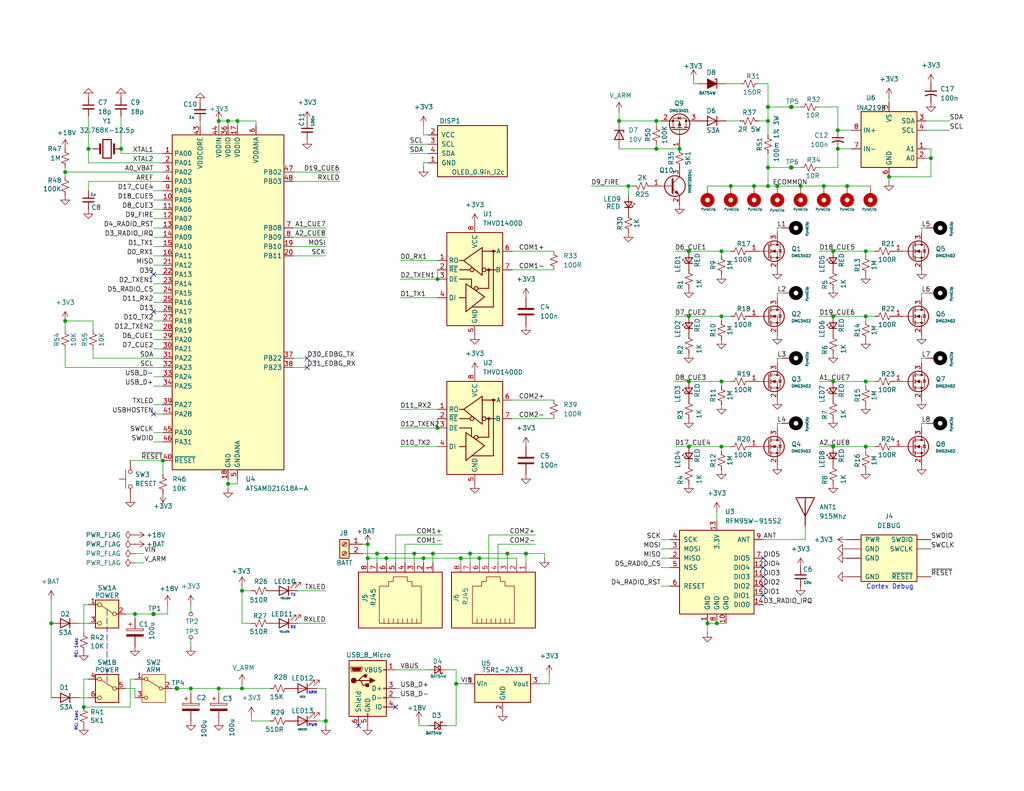
<source format=kicad_sch>
(kicad_sch (version 20250114) (generator "eeschema") (generator_version "9.0")
  (paper "USLetter")
  (title_block (title "LineSlat - DaisyChained pyro controllers") (date "2025-11-23") (rev "v2.0") (company "Rudy Albachten"))
  (lib_symbols
    (symbol "DPDT-SW-T2-4E-B-A2-MA2_1" (pin_names (offset 0) (hide yes))
      (property "Reference" "SW" (at 0 5.08 0))
      (property "Value" "DPDT" (at 0 -5.08 0))
      (symbol "DPDT-SW-T2-4E-B-A2-MA2_1_1_1"
        (pin passive line (at -5.08 0 0) (length 2.54) (name "B") (number "2"))
        (pin passive line (at 5.08 2.54 180) (length 2.54) (name "A") (number "1"))
        (pin passive line (at 5.08 -2.54 180) (length 2.54) (name "C") (number "3"))
      )
      (symbol "DPDT-SW-T2-4E-B-A2-MA2_1_2_1"
        (pin passive line (at -5.08 0 0) (length 2.54) (name "B") (number "5"))
        (pin passive line (at 5.08 2.54 180) (length 2.54) (name "A") (number "4"))
        (pin passive line (at 5.08 -2.54 180) (length 2.54) (name "C") (number "6"))
      )
    )
    (symbol "Device:C" (pin_numbers (hide yes)) (pin_names (offset 0.254))
      (property "Reference" "C" (at 0.635 2.54 0))
      (property "Value" "C" (at 0.635 -2.54 0))
      (symbol "C_1_1"
        (pin passive line (at 0 3.81 270) (length 2.794) (name "~") (number "1"))
        (pin passive line (at 0 -3.81 90) (length 2.794) (name "~") (number "2"))
      )
    )
    (symbol "Device:C_Polarized" (pin_numbers (hide yes)) (pin_names (offset 0.254))
      (property "Reference" "C" (at 0.635 2.54 0))
      (property "Value" "C_Polarized" (at 0.635 -2.54 0))
      (symbol "C_Polarized_1_1"
        (pin passive line (at 0 3.81 270) (length 2.794) (name "~") (number "1"))
        (pin passive line (at 0 -3.81 90) (length 2.794) (name "~") (number "2"))
      )
    )
    (symbol "Device:C_Small" (pin_numbers (hide yes)) (pin_names (offset 0.254) (hide yes))
      (property "Reference" "C" (at 0.254 1.778 0))
      (property "Value" "C_Small" (at 0.254 -2.032 0))
      (symbol "C_Small_1_1"
        (pin passive line (at 0 2.54 270) (length 2.032) (name "~") (number "1"))
        (pin passive line (at 0 -2.54 90) (length 2.032) (name "~") (number "2"))
      )
    )
    (symbol "Device:C_Small_US" (pin_numbers (hide yes)) (pin_names (offset 0.254) (hide yes))
      (property "Reference" "C" (at 0.254 1.778 0))
      (property "Value" "C_Small_US" (at 0.254 -2.032 0))
      (symbol "C_Small_US_1_1"
        (pin passive line (at 0 2.54 270) (length 2.032) (name "~") (number "1"))
        (pin passive line (at 0 -2.54 90) (length 2.032) (name "~") (number "2"))
      )
    )
    (symbol "Device:D" (pin_numbers (hide yes)) (pin_names (offset 1.016) (hide yes))
      (property "Reference" "D" (at 0 2.54 0))
      (property "Value" "D" (at 0 -2.54 0))
      (symbol "D_1_1"
        (pin passive line (at -3.81 0 0) (length 2.54) (name "K") (number "1"))
        (pin passive line (at 3.81 0 180) (length 2.54) (name "A") (number "2"))
      )
    )
    (symbol "Device:D_Schottky_Small" (pin_numbers (hide yes)) (pin_names (offset 0.254) (hide yes))
      (property "Reference" "D" (at -1.27 2.032 0))
      (property "Value" "D_Schottky_Small" (at -7.112 -2.032 0))
      (symbol "D_Schottky_Small_1_1"
        (pin passive line (at -2.54 0 0) (length 1.778) (name "K") (number "1"))
        (pin passive line (at 2.54 0 180) (length 1.778) (name "A") (number "2"))
      )
    )
    (symbol "Device:LED" (pin_numbers (hide yes)) (pin_names (offset 1.016) (hide yes))
      (property "Reference" "D" (at 0 2.54 0))
      (property "Value" "LED" (at 0 -2.54 0))
      (symbol "LED_1_1"
        (pin passive line (at -3.81 0 0) (length 2.54) (name "K") (number "1"))
        (pin passive line (at 3.81 0 180) (length 2.54) (name "A") (number "2"))
      )
    )
    (symbol "Device:LED_Small" (pin_numbers (hide yes)) (pin_names (offset 0.254) (hide yes))
      (property "Reference" "D" (at -1.27 3.175 0))
      (property "Value" "LED_Small" (at -4.445 -2.54 0))
      (symbol "LED_Small_1_1"
        (pin passive line (at -2.54 0 0) (length 1.778) (name "K") (number "1"))
        (pin passive line (at 2.54 0 180) (length 1.778) (name "A") (number "2"))
      )
    )
    (symbol "Device:R_Small_US" (pin_numbers (hide yes)) (pin_names (offset 0.254) (hide yes))
      (property "Reference" "R" (at 0.762 0.508 0))
      (property "Value" "R_Small_US" (at 0.762 -1.016 0))
      (symbol "R_Small_US_1_1"
        (pin passive line (at 0 2.54 270) (length 1.016) (name "~") (number "1"))
        (pin passive line (at 0 -2.54 90) (length 1.016) (name "~") (number "2"))
      )
    )
    (symbol "Diode:BZX84Cxx" (pin_numbers (hide yes)) (pin_names (hide yes))
      (property "Reference" "D" (at 0 3.81 0))
      (property "Value" "BZX84Cxx" (at 0 -3.81 0))
      (symbol "BZX84Cxx_1_1"
        (pin passive line (at -3.81 0 0) (length 2.54) (name "K") (number "3"))
        (pin no_connect line (at 1.27 0 180) (length 2.54) (hide yes) (name "NC") (number "2"))
        (pin passive line (at 3.81 0 180) (length 2.54) (name "A") (number "1"))
      )
    )
    (symbol "Interface_UART:THVD1400D"
      (property "Reference" "U" (at -6.096 11.43 0))
      (property "Value" "THVD1400D" (at 0.762 11.43 0))
      (symbol "THVD1400D_1_1"
        (pin output line (at -10.16 5.08 0) (length 2.54) (name "RO") (number "1"))
        (pin input line (at -10.16 2.54 0) (length 2.54) (name "~{RE}") (number "2"))
        (pin input line (at -10.16 0 0) (length 2.54) (name "DE") (number "3"))
        (pin input line (at -10.16 -5.08 0) (length 2.54) (name "DI") (number "4"))
        (pin power_in line (at 0 15.24 270) (length 2.54) (name "VCC") (number "8"))
        (pin power_in line (at 0 -15.24 90) (length 2.54) (name "GND") (number "5"))
        (pin bidirectional line (at 10.16 7.62 180) (length 2.54) (name "A") (number "6"))
        (pin bidirectional line (at 10.16 2.54 180) (length 2.54) (name "B") (number "7"))
      )
    )
    (symbol "MCU_Microchip_SAMD:ATSAMD21G18A-A"
      (property "Reference" "U" (at -13.97 46.99 0))
      (property "Value" "ATSAMD21G18A-A" (at 16.51 46.99 0))
      (symbol "ATSAMD21G18A-A_1_1"
        (pin bidirectional line (at -17.78 40.64 0) (length 2.54) (name "PA00") (number "1"))
        (pin bidirectional line (at -17.78 38.1 0) (length 2.54) (name "PA01") (number "2"))
        (pin bidirectional line (at -17.78 35.56 0) (length 2.54) (name "PA02") (number "3"))
        (pin bidirectional line (at -17.78 33.02 0) (length 2.54) (name "PA03") (number "4"))
        (pin bidirectional line (at -17.78 30.48 0) (length 2.54) (name "PA04") (number "9"))
        (pin bidirectional line (at -17.78 27.94 0) (length 2.54) (name "PA05") (number "10"))
        (pin bidirectional line (at -17.78 25.4 0) (length 2.54) (name "PA06") (number "11"))
        (pin bidirectional line (at -17.78 22.86 0) (length 2.54) (name "PA07") (number "12"))
        (pin bidirectional line (at -17.78 20.32 0) (length 2.54) (name "PA08") (number "13"))
        (pin bidirectional line (at -17.78 17.78 0) (length 2.54) (name "PA09") (number "14"))
        (pin bidirectional line (at -17.78 15.24 0) (length 2.54) (name "PA10") (number "15"))
        (pin bidirectional line (at -17.78 12.7 0) (length 2.54) (name "PA11") (number "16"))
        (pin bidirectional line (at -17.78 10.16 0) (length 2.54) (name "PA12") (number "21"))
        (pin bidirectional line (at -17.78 7.62 0) (length 2.54) (name "PA13") (number "22"))
        (pin bidirectional line (at -17.78 5.08 0) (length 2.54) (name "PA14") (number "23"))
        (pin bidirectional line (at -17.78 2.54 0) (length 2.54) (name "PA15") (number "24"))
        (pin bidirectional line (at -17.78 0 0) (length 2.54) (name "PA16") (number "25"))
        (pin bidirectional line (at -17.78 -2.54 0) (length 2.54) (name "PA17") (number "26"))
        (pin bidirectional line (at -17.78 -5.08 0) (length 2.54) (name "PA18") (number "27"))
        (pin bidirectional line (at -17.78 -7.62 0) (length 2.54) (name "PA19") (number "28"))
        (pin bidirectional line (at -17.78 -10.16 0) (length 2.54) (name "PA20") (number "29"))
        (pin bidirectional line (at -17.78 -12.7 0) (length 2.54) (name "PA21") (number "30"))
        (pin bidirectional line (at -17.78 -15.24 0) (length 2.54) (name "PA22") (number "31"))
        (pin bidirectional line (at -17.78 -17.78 0) (length 2.54) (name "PA23") (number "32"))
        (pin bidirectional line (at -17.78 -20.32 0) (length 2.54) (name "PA24") (number "33"))
        (pin bidirectional line (at -17.78 -22.86 0) (length 2.54) (name "PA25") (number "34"))
        (pin bidirectional line (at -17.78 -27.94 0) (length 2.54) (name "PA27") (number "39"))
        (pin bidirectional line (at -17.78 -30.48 0) (length 2.54) (name "PA28") (number "41"))
        (pin bidirectional line (at -17.78 -35.56 0) (length 2.54) (name "PA30") (number "45"))
        (pin bidirectional line (at -17.78 -38.1 0) (length 2.54) (name "PA31") (number "46"))
        (pin input line (at -17.78 -43.18 0) (length 2.54) (name "~{RESET}") (number "40"))
        (pin power_out line (at -7.62 48.26 270) (length 2.54) (name "VDDCORE") (number "43"))
        (pin power_in line (at -2.54 48.26 270) (length 2.54) (name "VDDIN") (number "44"))
        (pin power_in line (at 0 48.26 270) (length 2.54) (name "VDDIO") (number "36"))
        (pin power_in line (at 0 -48.26 90) (length 2.54) (name "GND") (number "18"))
        (pin passive line (at 0 -48.26 90) (length 2.54) (hide yes) (name "GND") (number "35"))
        (pin passive line (at 0 -48.26 90) (length 2.54) (hide yes) (name "GND") (number "42"))
        (pin power_in line (at 2.54 48.26 270) (length 2.54) (name "VDDIO") (number "17"))
        (pin power_in line (at 2.54 -48.26 90) (length 2.54) (name "GNDANA") (number "5"))
        (pin power_in line (at 7.62 48.26 270) (length 2.54) (name "VDDANA") (number "6"))
        (pin bidirectional line (at 17.78 35.56 180) (length 2.54) (name "PB02") (number "47"))
        (pin bidirectional line (at 17.78 33.02 180) (length 2.54) (name "PB03") (number "48"))
        (pin bidirectional line (at 17.78 20.32 180) (length 2.54) (name "PB08") (number "7"))
        (pin bidirectional line (at 17.78 17.78 180) (length 2.54) (name "PB09") (number "8"))
        (pin bidirectional line (at 17.78 15.24 180) (length 2.54) (name "PB10") (number "19"))
        (pin bidirectional line (at 17.78 12.7 180) (length 2.54) (name "PB11") (number "20"))
        (pin bidirectional line (at 17.78 -15.24 180) (length 2.54) (name "PB22") (number "37"))
        (pin bidirectional line (at 17.78 -17.78 180) (length 2.54) (name "PB23") (number "38"))
      )
    )
    (symbol "MyLib:Antenna915MhzSimpleCoil" (pin_numbers (hide yes)) (pin_names (offset 1.016) (hide yes))
      (property "Reference" "ANT" (at 0.0348 5.5918 0))
      (property "Value" "915Mhz" (at 3.81 3.81 0))
      (symbol "Antenna915MhzSimpleCoil_1_1"
        (pin input line (at 0 -5.08 90) (length 2.54) (name "A") (number "1"))
      )
    )
    (symbol "MyLib:BAT54W" (pin_numbers (hide yes)) (pin_names (offset 1.016) (hide yes))
      (property "Reference" "D" (at 0 2.54 0))
      (property "Value" "BAT54W" (at 0 -2.54 0))
      (symbol "BAT54W_1_1"
        (pin passive line (at -3.81 0 0) (length 2.54) (name "K") (number "1"))
        (pin passive line (at 3.81 0 180) (length 2.54) (name "A") (number "2"))
      )
    )
    (symbol "MyLib:CortexDebug" (pin_numbers (hide yes)) (pin_names (offset 1.016))
      (property "Reference" "J" (at -3.81 7.62 0))
      (property "Value" "CortexDebug" (at 1.27 -7.62 0))
      (symbol "CortexDebug_1_1"
        (pin passive line (at -11.43 5.08 0) (length 3.81) (name "PWR") (number "1"))
        (pin passive line (at -11.43 2.54 0) (length 3.81) (name "GND") (number "3"))
        (pin passive line (at -11.43 0 0) (length 3.81) (name "GND") (number "5"))
        (pin passive line (at -11.43 -5.08 0) (length 3.81) (name "GND") (number "9"))
        (pin no_connect line (at -7.62 -2.54 0) (length 3.81) (hide yes) (name "KEY") (number "7"))
        (pin no_connect line (at 7.62 0 180) (length 3.81) (hide yes) (name "NC") (number "6"))
        (pin no_connect line (at 7.62 -2.54 180) (length 3.81) (hide yes) (name "NC") (number "8"))
        (pin passive line (at 11.43 5.08 180) (length 3.81) (name "SWDIO") (number "2"))
        (pin passive line (at 11.43 2.54 180) (length 3.81) (name "SWCLK") (number "4"))
        (pin passive line (at 11.43 -5.08 180) (length 3.81) (name "~{RESET}") (number "10"))
      )
    )
    (symbol "MyLib:Crystal_SMD_G8" (pin_numbers (hide yes)) (pin_names (offset 1.016) (hide yes))
      (property "Reference" "Y" (at 0 3.81 0))
      (property "Value" "Crystal_SMD_G8" (at 0 -3.81 0))
      (symbol "Crystal_SMD_G8_1_1"
        (pin passive line (at -3.81 0 0) (length 1.27) (name "1") (number "1"))
        (pin passive line (at 3.81 0 180) (length 1.27) (name "2") (number "2"))
      )
    )
    (symbol "MyLib:DMG3401" (pin_names (hide yes))
      (property "Reference" "Q" (at 5.08 1.905 0))
      (property "Value" "DMG3401" (at -5.08 3.81 0))
      (symbol "DMG3401_1_1"
        (pin input line (at -5.08 0 0) (length 2.54) (name "G") (number "1"))
        (pin passive line (at 2.54 5.08 270) (length 2.54) (name "D") (number "3"))
        (pin passive line (at 2.54 -5.08 90) (length 2.54) (name "S") (number "2"))
      )
    )
    (symbol "MyLib:DMG3402" (pin_names (hide yes))
      (property "Reference" "Q" (at 5.08 1.905 0))
      (property "Value" "DMG3402" (at -5.08 3.81 0))
      (symbol "DMG3402_1_1"
        (pin input line (at -5.08 0 0) (length 2.54) (name "G") (number "1"))
        (pin passive line (at 2.54 5.08 270) (length 2.54) (name "D") (number "3"))
        (pin passive line (at 2.54 -5.08 90) (length 2.54) (name "S") (number "2"))
      )
    )
    (symbol "MyLib:DPDT-SW-T2-4E-B-A2-MA2" (pin_names (offset 0) (hide yes))
      (property "Reference" "SW" (at 0 5.08 0))
      (property "Value" "DPDT" (at 0 -5.08 0))
      (symbol "DPDT-SW-T2-4E-B-A2-MA2_1_1"
        (pin passive line (at -5.08 0 0) (length 2.54) (name "B") (number "2"))
        (pin passive line (at 5.08 2.54 180) (length 2.54) (name "A") (number "1"))
        (pin passive line (at 5.08 -2.54 180) (length 2.54) (name "C") (number "3"))
      )
      (symbol "DPDT-SW-T2-4E-B-A2-MA2_2_1"
        (pin passive line (at -5.08 0 0) (length 2.54) (name "B") (number "5"))
        (pin passive line (at 5.08 2.54 180) (length 2.54) (name "A") (number "4"))
        (pin passive line (at 5.08 -2.54 180) (length 2.54) (name "C") (number "6"))
      )
    )
    (symbol "MyLib:OLED_0.9in_i2c_weewooday" (pin_names (offset 1.016))
      (property "Reference" "DISP1" (at -8.89 8.89 0))
      (property "Value" "OLED_0.9in_i2c" (at -6.35 -5.08 0))
      (symbol "OLED_0.9in_i2c_weewooday_1_1"
        (pin power_in line (at -12.7 5.08 0) (length 2.54) (name "VCC") (number "2"))
        (pin bidirectional line (at -12.7 2.54 0) (length 2.54) (name "SCL") (number "3"))
        (pin bidirectional line (at -12.7 0 0) (length 2.54) (name "SDA") (number "4"))
        (pin power_in line (at -12.7 -2.54 0) (length 2.54) (name "GND") (number "1"))
      )
    )
    (symbol "MyLib:PyroClipBlack" (pin_numbers (hide yes)) (pin_names (offset 1.016) (hide yes)) (exclude_from_sim yes) (in_bom no)
      (property "Value" "MiniPyroClipRed" (at 0 4.445 0))
      (symbol "PyroClipBlack_1_1"
        (pin input line (at 0 -2.54 90) (length 2.54) (name "1") (number "1"))
      )
    )
    (symbol "MyLib:PyroClipRed" (pin_numbers (hide yes)) (pin_names (offset 1.016) (hide yes)) (exclude_from_sim yes) (in_bom no)
      (property "Value" "PyroClipRed" (at 0 4.445 0))
      (symbol "PyroClipRed_1_1"
        (pin input line (at 0 -2.54 90) (length 2.54) (name "1") (number "1"))
      )
    )
    (symbol "MyLib:RCTCTE" (pin_numbers (hide yes)) (pin_names (offset 0.762) (hide yes))
      (property "Reference" "TP" (at 0 1.27 0))
      (symbol "RCTCTE_1_1"
        (pin passive line (at 0 0 90) (length 0) (name "1") (number "1"))
      )
    )
    (symbol "MyLib:RFM95CW" (pin_names (offset 1.016))
      (property "Reference" "U" (at -10.414 11.684 0))
      (property "Value" "RFM95CW" (at 1.524 11.43 0))
      (symbol "RFM95CW_1_1"
        (pin input line (at -12.7 7.62 0) (length 2.54) (name "SCK") (number "4"))
        (pin input line (at -12.7 5.08 0) (length 2.54) (name "MOSI") (number "3"))
        (pin output line (at -12.7 2.54 0) (length 2.54) (name "MISO") (number "2"))
        (pin input line (at -12.7 0 0) (length 2.54) (name "NSS") (number "5"))
        (pin bidirectional line (at -12.7 -5.08 0) (length 2.54) (name "RESET") (number "6"))
        (pin power_in line (at -2.54 -15.24 90) (length 2.54) (name "GND") (number "1"))
        (pin power_in line (at 0 12.7 270) (length 2.54) (name "3.3V") (number "13"))
        (pin power_in line (at 0 -15.24 90) (length 2.54) (name "GND") (number "8"))
        (pin power_in line (at 2.54 -15.24 90) (length 2.54) (name "GND") (number "10"))
        (pin bidirectional line (at 12.7 7.62 180) (length 2.54) (name "ANT") (number "9"))
        (pin bidirectional line (at 12.7 2.54 180) (length 2.54) (name "DIO5") (number "7"))
        (pin bidirectional line (at 12.7 0 180) (length 2.54) (name "DIO4") (number "12"))
        (pin bidirectional line (at 12.7 -2.54 180) (length 2.54) (name "DIO3") (number "11"))
        (pin bidirectional line (at 12.7 -5.08 180) (length 2.54) (name "DIO2") (number "16"))
        (pin bidirectional line (at 12.7 -7.62 180) (length 2.54) (name "DIO1") (number "15"))
        (pin bidirectional line (at 12.7 -10.16 180) (length 2.54) (name "DIO0") (number "14"))
      )
    )
    (symbol "MyLib:RJ45_SS-700810-NF" (pin_names (offset 1.016))
      (property "Reference" "J" (at -5.08 13.97 0))
      (property "Value" "RJ45" (at 2.54 13.97 0))
      (symbol "RJ45_SS-700810-NF_1_1"
        (pin passive line (at 10.16 10.16 180) (length 2.54) (name "~") (number "8"))
        (pin passive line (at 10.16 7.62 180) (length 2.54) (name "~") (number "7"))
        (pin passive line (at 10.16 5.08 180) (length 2.54) (name "~") (number "6"))
        (pin passive line (at 10.16 2.54 180) (length 2.54) (name "~") (number "5"))
        (pin passive line (at 10.16 0 180) (length 2.54) (name "~") (number "4"))
        (pin passive line (at 10.16 -2.54 180) (length 2.54) (name "~") (number "3"))
        (pin passive line (at 10.16 -5.08 180) (length 2.54) (name "~") (number "2"))
        (pin passive line (at 10.16 -7.62 180) (length 2.54) (name "~") (number "1"))
      )
    )
    (symbol "MyLib:SPDT-SW-T2-2E-A-A2-M1" (pin_names (offset 0) (hide yes))
      (property "Reference" "SW" (at 0 5.08 0))
      (property "Value" "SPDT" (at 0 -5.08 0))
      (symbol "SPDT-SW-T2-2E-A-A2-M1_1_1"
        (pin passive line (at -5.08 0 0) (length 2.54) (name "B") (number "2"))
        (pin passive line (at 5.08 2.54 180) (length 2.54) (name "A") (number "1"))
        (pin passive line (at 5.08 -2.54 180) (length 2.54) (name "C") (number "3"))
      )
    )
    (symbol "MyLib:Screw_Terminal_01x02_P5.08mm" (pin_names (offset 1.016) (hide yes))
      (property "Reference" "J" (at 0 2.54 0))
      (property "Value" "Screw_Terminal_01x02_P5.08mm" (at 0 -5.08 0))
      (symbol "Screw_Terminal_01x02_P5.08mm_1_1"
        (pin passive line (at -5.08 0 0) (length 3.81) (name "Pin_1") (number "1"))
        (pin passive line (at -5.08 -2.54 0) (length 3.81) (name "Pin_2") (number "2"))
      )
    )
    (symbol "MyLib:TL3305B_SPST_PushButton" (pin_numbers (hide yes)) (pin_names (offset 1.016) (hide yes))
      (property "Reference" "SW" (at 1.27 2.54 0))
      (property "Value" "TL3305B_SPST_PushButton" (at 1.27 -6.35 0))
      (symbol "TL3305B_SPST_PushButton_0_1"
        (pin passive line (at -5.08 0 0) (length 2.54) (name "1") (number "1"))
        (pin passive line (at 5.08 0 180) (length 2.54) (name "2") (number "2"))
      )
    )
    (symbol "MyLib:USB_B_Micro_10118194" (pin_names (offset 1.016))
      (property "Reference" "J" (at -5.08 11.43 0))
      (property "Value" "USB_B_Micro" (at -5.08 8.89 0))
      (symbol "USB_B_Micro_10118194_1_1"
        (pin passive line (at -2.54 -10.16 90) (length 2.54) (name "Shield") (number "6"))
        (pin power_out line (at 0 -10.16 90) (length 2.54) (name "GND") (number "5"))
        (pin power_out line (at 7.62 5.08 180) (length 2.54) (name "VBUS") (number "1"))
        (pin bidirectional line (at 7.62 0 180) (length 2.54) (name "D+") (number "3"))
        (pin bidirectional line (at 7.62 -2.54 180) (length 2.54) (name "D-") (number "2"))
        (pin passive line (at 7.62 -5.08 180) (length 2.54) (name "ID") (number "4"))
      )
    )
    (symbol "Regulator_Switching:TSR_1-2433"
      (property "Reference" "U" (at -7.62 6.35 0))
      (property "Value" "TSR_1-2433" (at -1.27 6.35 0))
      (symbol "TSR_1-2433_1_1"
        (pin power_in line (at -10.16 2.54 0) (length 2.54) (name "Vin") (number "1"))
        (pin power_in line (at 0 -5.08 90) (length 2.54) (name "GND") (number "2"))
        (pin power_out line (at 10.16 2.54 180) (length 2.54) (name "Vout") (number "3"))
      )
    )
    (symbol "Sensor_Energy:INA219BxD"
      (property "Reference" "U" (at -6.35 8.89 0))
      (property "Value" "INA219BxD" (at 5.08 8.89 0))
      (symbol "INA219BxD_1_1"
        (pin input line (at -10.16 2.54 0) (length 2.54) (name "IN+") (number "8"))
        (pin input line (at -10.16 -2.54 0) (length 2.54) (name "IN-") (number "7"))
        (pin power_in line (at 0 10.16 270) (length 2.54) (name "VS") (number "5"))
        (pin power_in line (at 0 -10.16 90) (length 2.54) (name "GND") (number "6"))
        (pin bidirectional line (at 10.16 5.08 180) (length 2.54) (name "SDA") (number "3"))
        (pin input line (at 10.16 2.54 180) (length 2.54) (name "SCL") (number "4"))
        (pin input line (at 10.16 -2.54 180) (length 2.54) (name "A1") (number "1"))
        (pin input line (at 10.16 -5.08 180) (length 2.54) (name "A0") (number "2"))
      )
    )
    (symbol "Transistor_BJT:MMBT3904" (pin_names (offset 0) (hide yes))
      (property "Reference" "Q" (at 5.08 1.905 0))
      (property "Value" "MMBT3904" (at 5.08 0 0))
      (symbol "MMBT3904_1_1"
        (pin input line (at -5.08 0 0) (length 2.54) (name "B") (number "1"))
        (pin passive line (at 2.54 5.08 270) (length 2.54) (name "C") (number "3"))
        (pin passive line (at 2.54 -5.08 90) (length 2.54) (name "E") (number "2"))
      )
    )
    (symbol "power:+24V" (power) (pin_numbers (hide yes)) (pin_names (offset 0) (hide yes))
      (property "Value" "+24V" (at 0 3.556 0))
      (symbol "+24V_1_1"
        (pin power_in line (at 0 0 90) (length 0) (name "~") (number "1"))
      )
    )
    (symbol "power:+3V3" (power) (pin_numbers (hide yes)) (pin_names (offset 0) (hide yes))
      (property "Value" "+3V3" (at 0 3.556 0))
      (symbol "+3V3_1_1"
        (pin power_in line (at 0 0 90) (length 0) (name "~") (number "1"))
      )
    )
    (symbol "power:+BATT" (power) (pin_numbers (hide yes)) (pin_names (offset 0) (hide yes))
      (property "Value" "+BATT" (at 0 3.556 0))
      (symbol "+BATT_1_1"
        (pin power_in line (at 0 0 90) (length 0) (name "~") (number "1"))
      )
    )
    (symbol "power:GND" (power) (pin_numbers (hide yes)) (pin_names (offset 0) (hide yes))
      (property "Value" "GND" (at 0 -3.81 0))
      (symbol "GND_1_1"
        (pin power_in line (at 0 0 270) (length 0) (name "~") (number "1"))
      )
    )
    (symbol "power:GND2" (power) (pin_numbers (hide yes)) (pin_names (offset 0) (hide yes))
      (property "Value" "GND2" (at 0 -3.81 0))
      (symbol "GND2_1_1"
        (pin power_in line (at 0 0 270) (length 0) (name "~") (number "1"))
      )
    )
    (symbol "power:PWR_FLAG" (power) (pin_numbers (hide yes)) (pin_names (offset 0) (hide yes))
      (property "Value" "PWR_FLAG" (at 0 3.81 0))
      (symbol "PWR_FLAG_0_0"
        (pin power_out line (at 0 0 90) (length 0) (name "~") (number "1"))
      )
    )
  )
  (text "TX" (at 80.01 162.56 0) (effects (font (size 0.762 0.762))))
  (text "PWR" (at 85.344 198.12 0) (effects (font (size 0.762 0.762))))
  (text "RC: 1sec" (at 20.828 177.038 90) (effects (font (size 0.8 0.8))))
  (text "ARM" (at 85.344 189.23 0) (effects (font (size 0.762 0.762))))
  (text "RC: 1sec" (at 20.828 196.85 90) (effects (font (size 0.8 0.8))))
  (text "RX" (at 80.01 171.45 0) (effects (font (size 0.762 0.762))))
  (text "Cortex Debug" (at 242.824 160.274 0) (effects (font (size 1.27 1.27))))
  (junction (at 254 43.18))
  (junction (at 138.43 151.13))
  (junction (at 195.58 170.18))
  (junction (at 196.85 68.58))
  (junction (at 193.04 170.18))
  (junction (at 209.55 45.72))
  (junction (at 185.42 40.64))
  (junction (at 209.55 33.02))
  (junction (at 199.39 50.8))
  (junction (at 128.27 151.13))
  (junction (at 236.22 86.36))
  (junction (at 168.91 33.02))
  (junction (at 119.38 116.84))
  (junction (at 66.04 161.29))
  (junction (at 130.81 152.4))
  (junction (at 227.33 68.58))
  (junction (at 236.22 68.58))
  (junction (at 196.85 86.36))
  (junction (at 215.9 45.72))
  (junction (at 62.23 132.08))
  (junction (at 41.91 167.64))
  (junction (at 118.11 151.13))
  (junction (at 236.22 104.14))
  (junction (at 59.69 33.02))
  (junction (at 187.96 68.58))
  (junction (at 212.09 50.8))
  (junction (at 171.45 50.8))
  (junction (at 228.6 35.56))
  (junction (at 102.87 151.13))
  (junction (at 179.07 33.02))
  (junction (at 44.45 125.73))
  (junction (at 231.14 50.8))
  (junction (at 179.07 40.64))
  (junction (at 227.33 86.36))
  (junction (at 209.55 29.21))
  (junction (at 196.85 121.92))
  (junction (at 196.85 104.14))
  (junction (at 100.33 152.4))
  (junction (at 205.74 50.8))
  (junction (at 100.33 148.59))
  (junction (at 48.26 187.96))
  (junction (at 17.78 87.63))
  (junction (at 64.77 33.02))
  (junction (at 187.96 121.92))
  (junction (at 22.86 193.04))
  (junction (at 236.22 121.92))
  (junction (at 119.38 76.2))
  (junction (at 187.96 86.36))
  (junction (at 24.13 40.64))
  (junction (at 215.9 29.21))
  (junction (at 227.33 104.14))
  (junction (at 218.44 50.8))
  (junction (at 187.96 104.14))
  (junction (at 242.57 48.26))
  (junction (at 224.79 50.8))
  (junction (at 115.57 152.4))
  (junction (at 113.03 151.13))
  (junction (at 62.23 33.02))
  (junction (at 36.83 167.64))
  (junction (at 228.6 40.64))
  (junction (at 17.78 46.99))
  (junction (at 209.55 50.8))
  (junction (at 88.9 196.85))
  (junction (at 13.97 170.18))
  (junction (at 124.46 186.69))
  (junction (at 227.33 121.92))
  (junction (at 125.73 152.4))
  (junction (at 143.51 151.13))
  (junction (at 33.02 40.64))
  (junction (at 59.69 187.96))
  (junction (at 105.41 152.4))
  (junction (at 52.07 187.96))
  (junction (at 66.04 187.96))
  (no_connect (at 83.82 100.33))
  (no_connect (at 208.28 157.48))
  (no_connect (at 208.28 160.02))
  (no_connect (at 41.91 113.03))
  (no_connect (at 83.82 97.79))
  (no_connect (at 208.28 152.4))
  (no_connect (at 208.28 154.94))
  (no_connect (at 208.28 162.56))
  (no_connect (at 41.91 85.09))
  (no_connect (at 107.95 193.04))
  (no_connect (at 97.79 198.12))
  (no_connect (at 41.91 74.93))
  (wire (pts (xy 36.83 167.64) (xy 36.83 168.91)))
  (wire (pts (xy 41.91 67.31) (xy 44.45 67.31)))
  (wire (pts (xy 41.91 52.07) (xy 44.45 52.07)))
  (wire (pts (xy 252.73 80.01) (xy 251.46 80.01)))
  (wire (pts (xy 168.91 40.64) (xy 179.07 40.64)))
  (wire (pts (xy 228.6 40.64) (xy 228.6 45.72)))
  (wire (pts (xy 25.4 97.79) (xy 44.45 97.79)))
  (wire (pts (xy 196.85 69.85) (xy 196.85 68.58)))
  (wire (pts (xy 231.14 50.8) (xy 224.79 50.8)))
  (wire (pts (xy 115.57 153.67) (xy 115.57 152.4)))
  (wire (pts (xy 209.55 29.21) (xy 209.55 33.02)))
  (wire (pts (xy 139.7 114.3) (xy 151.13 114.3)))
  (wire (pts (xy 59.69 33.02) (xy 59.69 34.29)))
  (wire (pts (xy 22.86 185.42) (xy 22.86 193.04)))
  (wire (pts (xy 184.15 68.58) (xy 187.96 68.58)))
  (wire (pts (xy 25.4 87.63) (xy 17.78 87.63)))
  (wire (pts (xy 17.78 95.25) (xy 17.78 100.33)))
  (wire (pts (xy 80.01 46.99) (xy 92.71 46.99)))
  (wire (pts (xy 102.87 151.13) (xy 102.87 153.67)))
  (wire (pts (xy 251.46 115.57) (xy 251.46 116.84)))
  (wire (pts (xy 187.96 121.92) (xy 196.85 121.92)))
  (wire (pts (xy 24.13 52.07) (xy 24.13 49.53)))
  (wire (pts (xy 213.36 62.23) (xy 212.09 62.23)))
  (wire (pts (xy 227.33 121.92) (xy 236.22 121.92)))
  (wire (pts (xy 213.36 115.57) (xy 212.09 115.57)))
  (wire (pts (xy 209.55 29.21) (xy 215.9 29.21)))
  (wire (pts (xy 146.05 146.05) (xy 133.35 146.05)))
  (wire (pts (xy 254 43.18) (xy 252.73 43.18)))
  (wire (pts (xy 111.76 41.91) (xy 116.84 41.91)))
  (wire (pts (xy 193.04 170.18) (xy 195.58 170.18)))
  (wire (pts (xy 128.27 151.13) (xy 128.27 153.67)))
  (wire (pts (xy 41.91 80.01) (xy 44.45 80.01)))
  (wire (pts (xy 205.74 50.8) (xy 199.39 50.8)))
  (wire (pts (xy 80.01 69.85) (xy 88.9 69.85)))
  (wire (pts (xy 116.84 44.45) (xy 115.57 44.45)))
  (wire (pts (xy 193.04 170.18) (xy 193.04 172.72)))
  (wire (pts (xy 80.01 64.77) (xy 88.9 64.77)))
  (wire (pts (xy 34.29 167.64) (xy 36.83 167.64)))
  (wire (pts (xy 24.13 40.64) (xy 25.4 40.64)))
  (wire (pts (xy 119.38 114.3) (xy 119.38 116.84)))
  (wire (pts (xy 105.41 152.4) (xy 115.57 152.4)))
  (wire (pts (xy 219.71 143.51) (xy 219.71 147.32)))
  (wire (pts (xy 207.01 33.02) (xy 209.55 33.02)))
  (wire (pts (xy 113.03 151.13) (xy 118.11 151.13)))
  (wire (pts (xy 124.46 186.69) (xy 127 186.69)))
  (wire (pts (xy 135.89 148.59) (xy 135.89 153.67)))
  (wire (pts (xy 212.09 80.01) (xy 212.09 81.28)))
  (wire (pts (xy 138.43 151.13) (xy 138.43 153.67)))
  (wire (pts (xy 223.52 68.58) (xy 227.33 68.58)))
  (wire (pts (xy 66.04 187.96) (xy 73.66 187.96)))
  (wire (pts (xy 52.07 173.99) (xy 52.07 176.53)))
  (wire (pts (xy 149.86 186.69) (xy 149.86 184.15)))
  (wire (pts (xy 228.6 35.56) (xy 232.41 35.56)))
  (wire (pts (xy 100.33 153.67) (xy 100.33 152.4)))
  (wire (pts (xy 185.42 40.64) (xy 179.07 40.64)))
  (wire (pts (xy 66.04 160.02) (xy 66.04 161.29)))
  (wire (pts (xy 125.73 152.4) (xy 130.81 152.4)))
  (wire (pts (xy 252.73 33.02) (xy 259.08 33.02)))
  (wire (pts (xy 207.01 22.86) (xy 209.55 22.86)))
  (wire (pts (xy 121.92 198.12) (xy 124.46 198.12)))
  (wire (pts (xy 80.01 49.53) (xy 92.71 49.53)))
  (wire (pts (xy 41.91 69.85) (xy 44.45 69.85)))
  (wire (pts (xy 100.33 152.4) (xy 105.41 152.4)))
  (wire (pts (xy 35.56 125.73) (xy 44.45 125.73)))
  (wire (pts (xy 24.13 31.75) (xy 24.13 40.64)))
  (wire (pts (xy 128.27 151.13) (xy 138.43 151.13)))
  (wire (pts (xy 52.07 187.96) (xy 52.07 189.23)))
  (wire (pts (xy 227.33 104.14) (xy 236.22 104.14)))
  (wire (pts (xy 198.12 33.02) (xy 201.93 33.02)))
  (wire (pts (xy 124.46 198.12) (xy 124.46 186.69)))
  (wire (pts (xy 39.37 151.13) (xy 36.83 151.13)))
  (wire (pts (xy 107.95 182.88) (xy 116.84 182.88)))
  (wire (pts (xy 124.46 186.69) (xy 124.46 182.88)))
  (wire (pts (xy 88.9 198.12) (xy 88.9 196.85)))
  (wire (pts (xy 41.91 62.23) (xy 44.45 62.23)))
  (wire (pts (xy 69.85 34.29) (xy 69.85 33.02)))
  (wire (pts (xy 86.36 187.96) (xy 88.9 187.96)))
  (wire (pts (xy 107.95 146.05) (xy 120.65 146.05)))
  (wire (pts (xy 22.86 165.1) (xy 24.13 165.1)))
  (wire (pts (xy 109.22 81.28) (xy 119.38 81.28)))
  (wire (pts (xy 109.22 121.92) (xy 119.38 121.92)))
  (wire (pts (xy 251.46 80.01) (xy 251.46 81.28)))
  (wire (pts (xy 35.56 185.42) (xy 35.56 193.04)))
  (wire (pts (xy 33.02 41.91) (xy 33.02 40.64)))
  (wire (pts (xy 41.91 77.47) (xy 44.45 77.47)))
  (wire (pts (xy 52.07 187.96) (xy 59.69 187.96)))
  (wire (pts (xy 236.22 104.14) (xy 238.76 104.14)))
  (wire (pts (xy 41.91 85.09) (xy 44.45 85.09)))
  (wire (pts (xy 199.39 50.8) (xy 193.04 50.8)))
  (wire (pts (xy 41.91 59.69) (xy 44.45 59.69)))
  (wire (pts (xy 62.23 33.02) (xy 64.77 33.02)))
  (wire (pts (xy 180.34 154.94) (xy 182.88 154.94)))
  (wire (pts (xy 115.57 152.4) (xy 125.73 152.4)))
  (wire (pts (xy 52.07 165.1) (xy 52.07 167.64)))
  (wire (pts (xy 189.23 22.86) (xy 190.5 22.86)))
  (wire (pts (xy 24.13 185.42) (xy 22.86 185.42)))
  (wire (pts (xy 195.58 139.7) (xy 195.58 142.24)))
  (wire (pts (xy 209.55 45.72) (xy 209.55 50.8)))
  (wire (pts (xy 254 40.64) (xy 254 43.18)))
  (wire (pts (xy 140.97 153.67) (xy 140.97 152.4)))
  (wire (pts (xy 110.49 148.59) (xy 110.49 153.67)))
  (wire (pts (xy 205.74 50.8) (xy 209.55 50.8)))
  (wire (pts (xy 68.58 196.85) (xy 73.66 196.85)))
  (wire (pts (xy 139.7 68.58) (xy 151.13 68.58)))
  (wire (pts (xy 115.57 34.29) (xy 115.57 36.83)))
  (wire (pts (xy 41.91 95.25) (xy 44.45 95.25)))
  (wire (pts (xy 138.43 151.13) (xy 143.51 151.13)))
  (wire (pts (xy 242.57 48.26) (xy 254 48.26)))
  (wire (pts (xy 109.22 116.84) (xy 119.38 116.84)))
  (wire (pts (xy 41.91 54.61) (xy 44.45 54.61)))
  (wire (pts (xy 62.23 34.29) (xy 62.23 33.02)))
  (wire (pts (xy 17.78 45.72) (xy 17.78 46.99)))
  (wire (pts (xy 109.22 76.2) (xy 119.38 76.2)))
  (wire (pts (xy 99.06 148.59) (xy 100.33 148.59)))
  (wire (pts (xy 209.55 45.72) (xy 215.9 45.72)))
  (wire (pts (xy 180.34 160.02) (xy 182.88 160.02)))
  (wire (pts (xy 209.55 22.86) (xy 209.55 29.21)))
  (wire (pts (xy 180.34 147.32) (xy 182.88 147.32)))
  (wire (pts (xy 251.46 62.23) (xy 251.46 63.5)))
  (wire (pts (xy 13.97 170.18) (xy 13.97 190.5)))
  (wire (pts (xy 212.09 115.57) (xy 212.09 116.84)))
  (wire (pts (xy 62.23 132.08) (xy 64.77 132.08)))
  (wire (pts (xy 25.4 97.79) (xy 25.4 95.25)))
  (wire (pts (xy 196.85 105.41) (xy 196.85 104.14)))
  (wire (pts (xy 35.56 185.42) (xy 36.83 185.42)))
  (wire (pts (xy 33.02 41.91) (xy 44.45 41.91)))
  (wire (pts (xy 184.15 121.92) (xy 187.96 121.92)))
  (wire (pts (xy 41.91 87.63) (xy 44.45 87.63)))
  (wire (pts (xy 41.91 167.64) (xy 45.72 167.64)))
  (wire (pts (xy 21.59 190.5) (xy 24.13 190.5)))
  (wire (pts (xy 242.57 48.26) (xy 242.57 49.53)))
  (wire (pts (xy 187.96 68.58) (xy 196.85 68.58)))
  (wire (pts (xy 109.22 71.12) (xy 119.38 71.12)))
  (wire (pts (xy 171.45 50.8) (xy 171.45 53.34)))
  (wire (pts (xy 213.36 97.79) (xy 212.09 97.79)))
  (wire (pts (xy 224.79 50.8) (xy 218.44 50.8)))
  (wire (pts (xy 111.76 39.37) (xy 116.84 39.37)))
  (wire (pts (xy 242.57 26.67) (xy 242.57 27.94)))
  (wire (pts (xy 22.86 172.72) (xy 22.86 165.1)))
  (wire (pts (xy 148.59 151.13) (xy 148.59 152.4)))
  (wire (pts (xy 236.22 105.41) (xy 236.22 104.14)))
  (wire (pts (xy 68.58 196.85) (xy 68.58 195.58)))
  (wire (pts (xy 34.29 187.96) (xy 36.83 187.96)))
  (wire (pts (xy 237.49 50.8) (xy 231.14 50.8)))
  (wire (pts (xy 130.81 152.4) (xy 130.81 153.67)))
  (wire (pts (xy 212.09 97.79) (xy 212.09 99.06)))
  (wire (pts (xy 124.46 182.88) (xy 121.92 182.88)))
  (wire (pts (xy 252.73 115.57) (xy 251.46 115.57)))
  (wire (pts (xy 236.22 69.85) (xy 236.22 68.58)))
  (wire (pts (xy 184.15 86.36) (xy 187.96 86.36)))
  (wire (pts (xy 252.73 97.79) (xy 251.46 97.79)))
  (wire (pts (xy 179.07 34.29) (xy 179.07 33.02)))
  (wire (pts (xy 41.91 74.93) (xy 44.45 74.93)))
  (wire (pts (xy 212.09 62.23) (xy 212.09 63.5)))
  (wire (pts (xy 48.26 187.96) (xy 52.07 187.96)))
  (wire (pts (xy 187.96 86.36) (xy 196.85 86.36)))
  (wire (pts (xy 114.3 198.12) (xy 114.3 196.85)))
  (wire (pts (xy 45.72 165.1) (xy 45.72 167.64)))
  (wire (pts (xy 46.99 187.96) (xy 48.26 187.96)))
  (wire (pts (xy 64.77 33.02) (xy 69.85 33.02)))
  (wire (pts (xy 212.09 50.8) (xy 218.44 50.8)))
  (wire (pts (xy 209.55 50.8) (xy 212.09 50.8)))
  (wire (pts (xy 223.52 121.92) (xy 227.33 121.92)))
  (wire (pts (xy 227.33 86.36) (xy 236.22 86.36)))
  (wire (pts (xy 223.52 104.14) (xy 227.33 104.14)))
  (wire (pts (xy 252.73 62.23) (xy 251.46 62.23)))
  (wire (pts (xy 113.03 151.13) (xy 113.03 153.67)))
  (wire (pts (xy 80.01 67.31) (xy 88.9 67.31)))
  (wire (pts (xy 168.91 30.48) (xy 168.91 33.02)))
  (wire (pts (xy 88.9 196.85) (xy 88.9 187.96)))
  (wire (pts (xy 180.34 149.86) (xy 182.88 149.86)))
  (wire (pts (xy 24.13 44.45) (xy 44.45 44.45)))
  (wire (pts (xy 208.28 147.32) (xy 219.71 147.32)))
  (wire (pts (xy 130.81 152.4) (xy 140.97 152.4)))
  (wire (pts (xy 195.58 170.18) (xy 198.12 170.18)))
  (wire (pts (xy 59.69 187.96) (xy 59.69 189.23)))
  (wire (pts (xy 114.3 198.12) (xy 116.84 198.12)))
  (wire (pts (xy 66.04 170.18) (xy 68.58 170.18)))
  (wire (pts (xy 179.07 33.02) (xy 180.34 33.02)))
  (wire (pts (xy 119.38 73.66) (xy 119.38 76.2)))
  (wire (pts (xy 54.61 33.02) (xy 54.61 34.29)))
  (wire (pts (xy 36.83 167.64) (xy 41.91 167.64)))
  (wire (pts (xy 196.85 104.14) (xy 199.39 104.14)))
  (wire (pts (xy 236.22 86.36) (xy 238.76 86.36)))
  (wire (pts (xy 252.73 40.64) (xy 254 40.64)))
  (wire (pts (xy 25.4 90.17) (xy 25.4 87.63)))
  (wire (pts (xy 17.78 46.99) (xy 44.45 46.99)))
  (wire (pts (xy 109.22 111.76) (xy 119.38 111.76)))
  (wire (pts (xy 59.69 187.96) (xy 66.04 187.96)))
  (wire (pts (xy 143.51 151.13) (xy 148.59 151.13)))
  (wire (pts (xy 83.82 100.33) (xy 80.01 100.33)))
  (wire (pts (xy 110.49 148.59) (xy 120.65 148.59)))
  (wire (pts (xy 196.85 121.92) (xy 199.39 121.92)))
  (wire (pts (xy 115.57 44.45) (xy 115.57 45.72)))
  (wire (pts (xy 223.52 45.72) (xy 228.6 45.72)))
  (wire (pts (xy 198.12 22.86) (xy 201.93 22.86)))
  (wire (pts (xy 209.55 41.91) (xy 209.55 45.72)))
  (wire (pts (xy 41.91 118.11) (xy 44.45 118.11)))
  (wire (pts (xy 196.85 68.58) (xy 199.39 68.58)))
  (wire (pts (xy 107.95 187.96) (xy 109.22 187.96)))
  (wire (pts (xy 146.05 148.59) (xy 135.89 148.59)))
  (wire (pts (xy 66.04 161.29) (xy 66.04 170.18)))
  (wire (pts (xy 172.72 50.8) (xy 171.45 50.8)))
  (wire (pts (xy 223.52 29.21) (xy 228.6 29.21)))
  (wire (pts (xy 99.06 151.13) (xy 102.87 151.13)))
  (wire (pts (xy 116.84 36.83) (xy 115.57 36.83)))
  (wire (pts (xy 147.32 186.69) (xy 149.86 186.69)))
  (wire (pts (xy 196.85 87.63) (xy 196.85 86.36)))
  (wire (pts (xy 180.34 152.4) (xy 182.88 152.4)))
  (wire (pts (xy 39.37 153.67) (xy 36.83 153.67)))
  (wire (pts (xy 236.22 68.58) (xy 238.76 68.58)))
  (wire (pts (xy 215.9 29.21) (xy 218.44 29.21)))
  (wire (pts (xy 17.78 87.63) (xy 17.78 90.17)))
  (wire (pts (xy 252.73 35.56) (xy 259.08 35.56)))
  (wire (pts (xy 80.01 62.23) (xy 88.9 62.23)))
  (wire (pts (xy 139.7 109.22) (xy 151.13 109.22)))
  (wire (pts (xy 66.04 186.69) (xy 66.04 187.96)))
  (wire (pts (xy 68.58 161.29) (xy 66.04 161.29)))
  (wire (pts (xy 81.28 161.29) (xy 88.9 161.29)))
  (wire (pts (xy 33.02 31.75) (xy 33.02 40.64)))
  (wire (pts (xy 24.13 44.45) (xy 24.13 40.64)))
  (wire (pts (xy 236.22 87.63) (xy 236.22 86.36)))
  (wire (pts (xy 228.6 40.64) (xy 232.41 40.64)))
  (wire (pts (xy 189.23 21.59) (xy 189.23 22.86)))
  (wire (pts (xy 41.91 105.41) (xy 44.45 105.41)))
  (wire (pts (xy 83.82 97.79) (xy 80.01 97.79)))
  (wire (pts (xy 100.33 148.59) (xy 100.33 152.4)))
  (wire (pts (xy 17.78 100.33) (xy 44.45 100.33)))
  (wire (pts (xy 24.13 49.53) (xy 44.45 49.53)))
  (wire (pts (xy 227.33 68.58) (xy 236.22 68.58)))
  (wire (pts (xy 118.11 151.13) (xy 128.27 151.13)))
  (wire (pts (xy 86.36 196.85) (xy 88.9 196.85)))
  (wire (pts (xy 133.35 146.05) (xy 133.35 153.67)))
  (wire (pts (xy 41.91 120.65) (xy 44.45 120.65)))
  (wire (pts (xy 168.91 33.02) (xy 179.07 33.02)))
  (wire (pts (xy 161.29 50.8) (xy 171.45 50.8)))
  (wire (pts (xy 209.55 33.02) (xy 209.55 36.83)))
  (wire (pts (xy 143.51 151.13) (xy 143.51 153.67)))
  (wire (pts (xy 81.28 170.18) (xy 88.9 170.18)))
  (wire (pts (xy 64.77 33.02) (xy 64.77 34.29)))
  (wire (pts (xy 41.91 113.03) (xy 44.45 113.03)))
  (wire (pts (xy 184.15 104.14) (xy 187.96 104.14)))
  (wire (pts (xy 125.73 153.67) (xy 125.73 152.4)))
  (wire (pts (xy 228.6 29.21) (xy 228.6 35.56)))
  (wire (pts (xy 62.23 133.35) (xy 62.23 132.08)))
  (wire (pts (xy 41.91 82.55) (xy 44.45 82.55)))
  (wire (pts (xy 41.91 64.77) (xy 44.45 64.77)))
  (wire (pts (xy 35.56 193.04) (xy 22.86 193.04)))
  (wire (pts (xy 13.97 163.83) (xy 13.97 170.18)))
  (wire (pts (xy 17.78 46.99) (xy 17.78 48.26)))
  (wire (pts (xy 251.46 97.79) (xy 251.46 99.06)))
  (wire (pts (xy 44.45 129.54) (xy 44.45 125.73)))
  (wire (pts (xy 236.22 123.19) (xy 236.22 121.92)))
  (wire (pts (xy 179.07 40.64) (xy 179.07 39.37)))
  (wire (pts (xy 41.91 90.17) (xy 44.45 90.17)))
  (wire (pts (xy 21.59 170.18) (xy 24.13 170.18)))
  (wire (pts (xy 223.52 86.36) (xy 227.33 86.36)))
  (wire (pts (xy 107.95 190.5) (xy 109.22 190.5)))
  (wire (pts (xy 41.91 102.87) (xy 44.45 102.87)))
  (wire (pts (xy 196.85 86.36) (xy 199.39 86.36)))
  (wire (pts (xy 41.91 92.71) (xy 44.45 92.71)))
  (wire (pts (xy 105.41 152.4) (xy 105.41 153.67)))
  (wire (pts (xy 41.91 110.49) (xy 44.45 110.49)))
  (wire (pts (xy 41.91 72.39) (xy 44.45 72.39)))
  (polyline (pts (xy 29.21 166.37) (xy 29.21 186.69)) (stroke (width 0) (type dash)))
  (wire (pts (xy 139.7 73.66) (xy 151.13 73.66)))
  (wire (pts (xy 187.96 104.14) (xy 196.85 104.14)))
  (wire (pts (xy 64.77 132.08) (xy 64.77 130.81)))
  (wire (pts (xy 59.69 33.02) (xy 62.23 33.02)))
  (wire (pts (xy 102.87 151.13) (xy 113.03 151.13)))
  (wire (pts (xy 36.83 187.96) (xy 36.83 190.5)))
  (wire (pts (xy 196.85 123.19) (xy 196.85 121.92)))
  (wire (pts (xy 254 43.18) (xy 254 48.26)))
  (wire (pts (xy 118.11 151.13) (xy 118.11 153.67)))
  (wire (pts (xy 215.9 45.72) (xy 218.44 45.72)))
  (wire (pts (xy 236.22 121.92) (xy 238.76 121.92)))
  (wire (pts (xy 62.23 130.81) (xy 62.23 132.08)))
  (wire (pts (xy 213.36 80.01) (xy 212.09 80.01)))
  (wire (pts (xy 107.95 146.05) (xy 107.95 153.67)))
  (wire (pts (xy 41.91 57.15) (xy 44.45 57.15)))
  (label "DIO5" (at 208.28 152.4 0))
  (label "L8" (at 251.46 115.57 0))
  (label "D4_RADIO_RST" (at 180.34 160.02 180))
  (label "USBHOSTEN" (at 41.91 113.03 180))
  (label "A2_CUE8" (at 88.9 64.77 180))
  (label "SWCLK" (at 41.91 118.11 180))
  (label "VIN" (at 39.37 151.13 0))
  (label "L5" (at 251.46 62.23 0))
  (label "D2_TXEN1" (at 41.91 77.47 180))
  (label "RXLED" (at 88.9 170.18 180))
  (label "D31_EDBG_RX" (at 83.82 100.33 0))
  (label "SDA" (at 259.08 33.02 0))
  (label "SCL" (at 41.91 100.33 180))
  (label "D9_FIRE" (at 41.91 59.69 180))
  (label "D39" (at 41.91 74.93 180))
  (label "COM2+" (at 146.05 146.05 180))
  (label "COM1-" (at 120.65 148.59 180))
  (label "D7_CUE2" (at 41.91 95.25 180))
  (label "DIO1" (at 208.28 162.56 0))
  (label "COM1+" (at 120.65 146.05 180))
  (label "D5_RADIO_CS" (at 180.34 154.94 180))
  (label "ECOMMON" (at 210.82 50.8 0))
  (label "L4" (at 212.09 115.57 0))
  (label "XTAL1" (at 41.91 41.91 180))
  (label "COM1-" (at 148.59 73.66 180))
  (label "D18_CUE5" (at 41.91 54.61 180))
  (label "V_ARM" (at 39.37 153.67 0))
  (label "D17_CUE4" (at 184.15 121.92 0))
  (label "A1_CUE7" (at 223.52 104.14 0))
  (label "L2" (at 212.09 80.01 0))
  (label "D4_RADIO_RST" (at 41.91 62.23 180))
  (label "VBUS" (at 109.22 182.88 0))
  (label "USB_D+" (at 109.22 187.96 0))
  (label "AREF" (at 41.91 49.53 180))
  (label "TXLED" (at 88.9 161.29 180))
  (label "SCL" (at 259.08 35.56 0))
  (label "D11_RX2" (at 109.22 111.76 0))
  (label "D5_RADIO_CS" (at 41.91 80.01 180))
  (label "A2_CUE8" (at 223.52 121.92 0))
  (label "D7_CUE2" (at 184.15 86.36 0))
  (label "SDA" (at 111.76 41.91 0))
  (label "D19_CUE6" (at 92.71 46.99 180))
  (label "D17_CUE4" (at 41.91 52.07 180))
  (label "SCK" (at 88.9 69.85 180))
  (label "D30_EDBG_TX" (at 83.82 97.79 0))
  (label "SDA" (at 41.91 97.79 180))
  (label "D0_RX1" (at 41.91 69.85 180))
  (label "SCK" (at 180.34 147.32 180))
  (label "SWDIO" (at 254 147.32 0))
  (label "L3" (at 212.09 97.79 0))
  (label "DIO4" (at 208.28 154.94 0))
  (label "D0_RX1" (at 109.22 71.12 0))
  (label "D10_TX2" (at 109.22 121.92 0))
  (label "A1_CUE7" (at 88.9 62.23 180))
  (label "L1" (at 212.09 62.23 0))
  (label "MISO" (at 180.34 152.4 180))
  (label "~{RESET}" (at 254 157.48 0))
  (label "MOSI" (at 88.9 67.31 180))
  (label "D19_CUE6" (at 223.52 86.36 0))
  (label "D1_TX1" (at 109.22 81.28 0))
  (label "USB_D+" (at 41.91 105.41 180))
  (label "D10_TX2" (at 41.91 87.63 180))
  (label "MOSI" (at 180.34 149.86 180))
  (label "D13" (at 41.91 85.09 180))
  (label "D8_CUE3" (at 184.15 104.14 0))
  (label "USB_D-" (at 109.22 190.5 0))
  (label "L6" (at 251.46 80.01 0))
  (label "D9_FIRE" (at 161.29 50.8 0))
  (label "RXLED" (at 92.71 49.53 180))
  (label "D3_RADIO_IRQ" (at 208.28 165.1 0))
  (label "SCL" (at 111.76 39.37 0))
  (label "SWDIO" (at 41.91 120.65 180))
  (label "SWCLK" (at 254 149.86 0))
  (label "A0_VBAT" (at 41.91 46.99 180))
  (label "COM2-" (at 146.05 148.59 180))
  (label "D8_CUE3" (at 41.91 57.15 180))
  (label "~{RESET}" (at 44.45 125.73 180))
  (label "DIO2" (at 208.28 160.02 0))
  (label "USB_D-" (at 41.91 102.87 180))
  (label "D6_CUE1" (at 184.15 68.58 0))
  (label "D18_CUE5" (at 223.52 68.58 0))
  (label "DIO3" (at 208.28 157.48 0))
  (label "D12_TXEN2" (at 109.22 116.84 0))
  (label "COM2-" (at 148.59 114.3 180))
  (label "D12_TXEN2" (at 41.91 90.17 180))
  (label "D3_RADIO_IRQ" (at 41.91 64.77 180))
  (label "XTAL2" (at 41.91 44.45 180))
  (label "D1_TX1" (at 41.91 67.31 180))
  (label "D2_TXEN1" (at 109.22 76.2 0))
  (label "D6_CUE1" (at 41.91 92.71 180))
  (label "L7" (at 251.46 97.79 0))
  (label "MISO" (at 41.91 72.39 180))
  (label "TXLED" (at 41.91 110.49 180))
  (label "COM1+" (at 148.59 68.58 180))
  (label "COM2+" (at 148.59 109.22 180))
  (label "VIN" (at 125.73 186.69 0))
  (label "D11_RX2" (at 41.91 82.55 180))
  (label "ANT" (at 208.28 147.32 0))
  (symbol (lib_id "Device:R_Small_US") (at 175.26 50.8 90) (mirror x) (unit 1)
    (property "Reference" "R25" (at 175.26 53.086 90))
    (property "Value" "2K" (at 175.26 48.514 90))
    (property "Footprint" "Resistor_SMD:R_0603_1608Metric" (effects (hide yes)))
    (property "Description" "Resistor, small US symbol" (effects (hide yes)))
  )
  (symbol (lib_id "power:GND") (at 227.33 132.08 0) (unit 1)
    (property "Reference" "#PWR039" (effects (hide yes)))
    (property "Value" "GND" (effects (hide yes)))
    (property "Description" "Power symbol creates a global label with name \"GND\" , ground" (effects (hide yes)))
  )
  (symbol (lib_id "power:GND") (at 143.51 129.54 0) (unit 1)
    (property "Reference" "#PWR057" (effects (hide yes)))
    (property "Value" "GND" (effects (hide yes)))
    (property "Description" "Power symbol creates a global label with name \"GND\" , ground" (effects (hide yes)))
  )
  (symbol (lib_id "MyLib:RCTCTE") (at 52.07 167.64 0) (unit 1)
    (property "Reference" "TP2" (at 50.546 169.672 0) (effects (justify left)))
    (property "Value" "RCTCTE" (effects (hide yes)))
    (property "Footprint" "MyLib:RCTCTE" (effects (hide yes)))
    (property "Datasheet" "https://www.koaspeer.com/catimages/Products/RC/RC.pdf" (effects (hide yes)))
    (property "Description" "test point" (effects (hide yes)))
    (property "Mouser_Part_Number" "660-RCTCTE" (effects (hide yes)))
  )
  (symbol (lib_id "Device:R_Small_US") (at 25.4 92.71 180) (unit 1)
    (property "Reference" "R55" (at 23.114 92.71 90))
    (property "Value" "10K" (at 27.686 92.71 90))
    (property "Footprint" "Resistor_SMD:R_0603_1608Metric" (effects (hide yes)))
    (property "Description" "Resistor, small US symbol" (effects (hide yes)))
  )
  (symbol (lib_id "MyLib:PyroClipRed") (at 224.79 53.34 0) (mirror x) (unit 1) (exclude_from_sim yes) (in_bom no)
    (property "Reference" "CLIP14" (effects (hide yes)))
    (property "Value" "PyroClip" (at 222.504 57.15 0) (effects (font (size 0.635 0.635)) (justify left)))
    (property "Footprint" "MyLib:PyroClipRed" (effects (hide yes)))
    (property "Datasheet" "https://rogergeorge.com/products/pyro-clips" (effects (hide yes)))
    (property "Description" "Mounting Hole for mini PyroClip" (effects (hide yes)))
    (property "Mouser_Part_Number" "N/A" (effects (hide yes)))
  )
  (symbol (lib_id "power:PWR_FLAG") (at 36.83 153.67 90) (unit 1)
    (property "Reference" "#FLG04" (effects (hide yes)))
    (property "Value" "PWR_FLAG" (at 33.02 153.6699 90) (effects (justify left)))
    (property "Description" "Special symbol for telling ERC where power comes from" (effects (hide yes)))
  )
  (symbol (lib_id "power:GND") (at 196.85 92.71 0) (unit 1)
    (property "Reference" "#PWR012" (effects (hide yes)))
    (property "Value" "GND" (effects (hide yes)))
    (property "Description" "Power symbol creates a global label with name \"GND\" , ground" (effects (hide yes)))
  )
  (symbol (lib_id "power:GND") (at 193.04 172.72 0) (unit 1)
    (property "Reference" "#PWR059" (effects (hide yes)))
    (property "Value" "GND" (effects (hide yes)))
    (property "Description" "Power symbol creates a global label with name \"GND\" , ground" (effects (hide yes)))
  )
  (symbol (lib_id "Device:R_Small_US") (at 17.78 92.71 180) (unit 1)
    (property "Reference" "R54" (at 15.494 92.71 90))
    (property "Value" "10K" (at 20.066 92.71 90))
    (property "Footprint" "Resistor_SMD:R_0603_1608Metric" (effects (hide yes)))
    (property "Description" "Resistor, small US symbol" (effects (hide yes)))
  )
  (symbol (lib_id "power:+3V3") (at 52.07 165.1 0) (unit 1)
    (property "Reference" "#PWR063" (effects (hide yes)))
    (property "Value" "+3V3" (at 52.07 160.02 0))
    (property "Description" "Power symbol creates a global label with name \"+3V3\"" (effects (hide yes)))
  )
  (symbol (lib_id "MyLib:BAT54W") (at 194.31 22.86 0) (mirror y) (unit 1)
    (property "Reference" "D8" (at 194.056 19.812 0))
    (property "Value" "BAT54W" (at 193.04 25.4 0) (effects (font (size 0.8 0.8))))
    (property "Footprint" "Diode_SMD:D_SOD-123" (effects (hide yes)))
    (property "Datasheet" "https://www.diodes.com/assets/Datasheets/BAT54W_AW_CW_SW.pdf" (effects (hide yes)))
    (property "Description" "Schottky diode" (effects (hide yes)))
    (property "Mouser_Part_Number" "78-BAT54W-HG3-18" (effects (hide yes)))
  )
  (symbol (lib_id "power:GND") (at 129.54 91.44 0) (unit 1)
    (property "Reference" "#PWR033" (effects (hide yes)))
    (property "Value" "GND" (effects (hide yes)))
    (property "Description" "Power symbol creates a global label with name \"GND\" , ground" (effects (hide yes)))
  )
  (symbol (lib_id "power:GND") (at 83.82 38.1 0) (unit 1)
    (property "Reference" "#PWR048" (effects (hide yes)))
    (property "Value" "GND" (effects (hide yes)))
    (property "Description" "Power symbol creates a global label with name \"GND\" , ground" (effects (hide yes)))
  )
  (symbol (lib_id "Device:R_Small_US") (at 71.12 170.18 90) (mirror x) (unit 1)
    (property "Reference" "R27" (at 72.898 168.148 90) (effects (justify left)))
    (property "Value" "510R" (at 73.152 172.466 90) (effects (justify left)))
    (property "Footprint" "Resistor_SMD:R_0603_1608Metric" (effects (hide yes)))
    (property "Description" "Resistor, small US symbol" (effects (hide yes)))
  )
  (symbol (lib_id "MyLib:Crystal_SMD_G8") (at 29.21 40.64 0) (unit 1)
    (property "Reference" "Y1" (at 29.21 33.02 0))
    (property "Value" "32.768K-12.5p" (at 29.21 35.56 0))
    (property "Footprint" "MyLib:Crystal_SMD_G8-2Pin_3.2x1.5mm" (effects (hide yes)))
    (property "Description" "Two pin crystal" (effects (hide yes)))
    (property "Mouser_Part_Number" "520-327-12.5-34B" (effects (hide yes)))
  )
  (symbol (lib_id "MyLib:RJ45_SS-700810-NF") (at 110.49 163.83 90) (unit 1)
    (property "Reference" "J5" (at 99.568 163.322 0))
    (property "Value" "RJ45" (at 101.854 163.068 0))
    (property "Footprint" "MyLib:RJ45_SS-700810-NF" (effects (hide yes)))
    (property "Datasheet" "https://www.mouser.com/datasheet/2/643/dr_stw_ss_700810_nf-1218391.pdf" (effects (hide yes)))
    (property "Description" "RJ connector, 8P8C (8 positions 8 connected), RJ45 SS-700810-NF" (effects (hide yes)))
    (property "Mouser_Part_Number" "530-SS-700810-NF" (effects (hide yes)))
  )
  (symbol (lib_id "power:GND") (at 196.85 128.27 0) (unit 1)
    (property "Reference" "#PWR014" (effects (hide yes)))
    (property "Value" "GND" (effects (hide yes)))
    (property "Description" "Power symbol creates a global label with name \"GND\" , ground" (effects (hide yes)))
  )
  (symbol (lib_id "MCU_Microchip_SAMD:ATSAMD21G18A-A") (at 62.23 82.55 0) (unit 1)
    (property "Reference" "U4" (at 66.9641 130.81 0) (effects (justify left)))
    (property "Value" "ATSAMD21G18A-A" (at 66.9641 133.35 0) (effects (justify left)))
    (property "Footprint" "MyLib:TQFP-48_7x7mm_P0.5mm" (effects (hide yes)))
    (property "Datasheet" "http://ww1.microchip.com/downloads/en/DeviceDoc/SAM_D21_DA1_Family_Data%20Sheet_DS40001882E.pdf" (effects (hide yes)))
    (property "Description" "SAM D21 Microchip SMART ARM-based Flash MCU, 48Mhz, 256K Flash, 32K SRAM, TQFP-48" (effects (hide yes)))
    (property "Mouser_Part_Number" "556-ATSAMD21G18A-MU" (effects (hide yes)))
  )
  (symbol (lib_id "Device:LED_Small") (at 227.33 71.12 90) (unit 1)
    (property "Reference" "LED5" (at 224.282 69.596 0) (effects (justify right)))
    (property "Value" "RED" (at 229.616 69.088 0) (effects (justify right)))
    (property "Footprint" "LED_SMD:LED_0805_2012Metric" (effects (hide yes)))
    (property "Description" "Light emitting diode, small symbol" (effects (hide yes)))
    (property "Mouser_Part_Number" "710-150080RS75000" (effects (hide yes)))
  )
  (symbol (lib_id "power:GND") (at 227.33 96.52 0) (unit 1)
    (property "Reference" "#PWR010" (effects (hide yes)))
    (property "Value" "GND" (effects (hide yes)))
    (property "Description" "Power symbol creates a global label with name \"GND\" , ground" (effects (hide yes)))
  )
  (symbol (lib_id "power:+3V3") (at 129.54 60.96 0) (unit 1)
    (property "Reference" "#PWR032" (effects (hide yes)))
    (property "Value" "+3V3" (at 129.54 55.88 0))
    (property "Description" "Power symbol creates a global label with name \"+3V3\"" (effects (hide yes)))
  )
  (symbol (lib_id "Device:R_Small_US") (at 22.86 195.58 180) (unit 1)
    (property "Reference" "R41" (at 24.5872 194.4116 0) (effects (justify right)))
    (property "Value" "5K1" (at 24.5872 196.723 0) (effects (justify right)))
    (property "Footprint" "Resistor_SMD:R_0603_1608Metric" (effects (hide yes)))
    (property "Description" "Resistor, small US symbol" (effects (hide yes)))
  )
  (symbol (lib_id "power:+BATT") (at 100.33 148.59 0) (mirror y) (unit 1)
    (property "Reference" "#PWR049" (effects (hide yes)))
    (property "Value" "+BAT" (at 102.362 145.034 0) (effects (justify left)))
    (property "Description" "Power symbol creates a global label with name \"+BATT\"" (effects (hide yes)))
  )
  (symbol (lib_id "power:GND") (at 115.57 45.72 0) (unit 1)
    (property "Reference" "#PWR02" (effects (hide yes)))
    (property "Value" "GND" (effects (hide yes)))
    (property "Description" "Power symbol creates a global label with name \"GND\" , ground" (effects (hide yes)))
  )
  (symbol (lib_id "power:GND") (at 36.83 176.53 0) (unit 1)
    (property "Reference" "#PWR061" (effects (hide yes)))
    (property "Value" "GND" (effects (hide yes)))
    (property "Description" "Power symbol creates a global label with name \"GND\" , ground" (effects (hide yes)))
  )
  (symbol (lib_id "Device:D") (at 194.31 33.02 0) (mirror y) (unit 1)
    (property "Reference" "D6" (at 194.056 30.226 0))
    (property "Value" "S3A" (at 194.564 35.56 0))
    (property "Footprint" "MyLib:D_SMC" (effects (hide yes)))
    (property "Description" "Diode" (effects (hide yes)))
    (property "Sim.Device" "D" (effects (hide yes)))
    (property "Sim.Pins" "1=K 2=A" (effects (hide yes)))
    (property "Mouser_Part_Number" "512-S3A" (effects (hide yes)))
  )
  (symbol (lib_id "Device:R_Small_US") (at 227.33 129.54 180) (unit 1)
    (property "Reference" "R8" (at 225.044 131.064 90))
    (property "Value" "1K" (at 230.124 130.81 90))
    (property "Footprint" "Resistor_SMD:R_0603_1608Metric" (effects (hide yes)))
    (property "Description" "Resistor, small US symbol" (effects (hide yes)))
  )
  (symbol (lib_id "power:+24V") (at 168.91 30.48 0) (unit 1)
    (property "Reference" "#PWR034" (effects (hide yes)))
    (property "Value" "V_ARM" (at 169.291 26.0858 0))
    (property "Description" "Power symbol creates a global label with name \"+24V\"" (effects (hide yes)))
  )
  (symbol (lib_id "MyLib:PyroClipRed") (at 231.14 53.34 0) (mirror x) (unit 1) (exclude_from_sim yes) (in_bom no)
    (property "Reference" "CLIP15" (effects (hide yes)))
    (property "Value" "PyroClip" (at 229.108 57.15 0) (effects (font (size 0.635 0.635)) (justify left)))
    (property "Footprint" "MyLib:PyroClipRed" (effects (hide yes)))
    (property "Datasheet" "https://rogergeorge.com/products/pyro-clips" (effects (hide yes)))
    (property "Description" "Mounting Hole for mini PyroClip" (effects (hide yes)))
    (property "Mouser_Part_Number" "N/A" (effects (hide yes)))
  )
  (symbol (lib_id "power:+3V3") (at 66.04 160.02 0) (mirror y) (unit 1)
    (property "Reference" "#PWR04" (effects (hide yes)))
    (property "Value" "+3V3" (at 65.786 155.956 0))
    (property "Description" "Power symbol creates a global label with name \"+3V3\"" (effects (hide yes)))
  )
  (symbol (lib_id "power:+3V3") (at 68.58 195.58 0) (mirror y) (unit 1)
    (property "Reference" "#PWR029" (effects (hide yes)))
    (property "Value" "+3V3" (at 68.58 190.5 0))
    (property "Description" "Power symbol creates a global label with name \"+3V3\"" (effects (hide yes)))
  )
  (symbol (lib_id "Device:R_Small_US") (at 196.85 72.39 180) (unit 1)
    (property "Reference" "R9" (at 194.564 72.39 90))
    (property "Value" "1M" (at 199.136 72.39 90))
    (property "Footprint" "Resistor_SMD:R_0603_1608Metric" (effects (hide yes)))
    (property "Description" "Resistor, small US symbol" (effects (hide yes)))
  )
  (symbol (lib_id "power:+3V3") (at 195.58 139.7 0) (unit 1)
    (property "Reference" "#PWR058" (effects (hide yes)))
    (property "Value" "+3V3" (at 195.58 134.62 0))
    (property "Description" "Power symbol creates a global label with name \"+3V3\"" (effects (hide yes)))
  )
  (symbol (lib_id "power:+3V3") (at 17.78 87.63 0) (unit 1)
    (property "Reference" "#PWR037" (effects (hide yes)))
    (property "Value" "+3V3" (at 17.78 82.55 0))
    (property "Description" "Power symbol creates a global label with name \"+3V3\"" (effects (hide yes)))
  )
  (symbol (lib_id "MyLib:PyroClipRed") (at 212.09 53.34 0) (mirror x) (unit 1) (exclude_from_sim yes) (in_bom no)
    (property "Reference" "CLIP12" (effects (hide yes)))
    (property "Value" "PyroClip" (at 210.058 57.404 0) (effects (font (size 0.635 0.635)) (justify left)))
    (property "Footprint" "MyLib:PyroClipRed" (effects (hide yes)))
    (property "Datasheet" "https://rogergeorge.com/products/pyro-clips" (effects (hide yes)))
    (property "Description" "Mounting Hole for mini PyroClip" (effects (hide yes)))
    (property "Mouser_Part_Number" "N/A" (effects (hide yes)))
  )
  (symbol (lib_id "Device:C_Small") (at 83.82 35.56 0) (unit 1)
    (property "Reference" "C11" (at 82.296 34.544 90) (effects (justify left)))
    (property "Value" "100n" (at 85.344 34.544 90) (effects (font (size 0.762 0.762)) (justify left)))
    (property "Footprint" "Capacitor_SMD:C_0603_1608Metric" (effects (hide yes)))
    (property "Description" "Unpolarized capacitor, small symbol" (effects (hide yes)))
  )
  (symbol (lib_id "Device:C_Small_US") (at 228.6 38.1 0) (mirror y) (unit 1)
    (property "Reference" "C12" (at 226.06 36.9569 0) (effects (justify left)))
    (property "Value" "100n" (at 226.06 39.4969 0) (effects (justify left)))
    (property "Footprint" "Capacitor_SMD:C_0603_1608Metric" (effects (hide yes)))
    (property "Description" "capacitor, small US symbol" (effects (hide yes)))
  )
  (symbol (lib_id "MyLib:DPDT-SW-T2-4E-B-A2-MA2") (at 29.21 187.96 0) (mirror y) (unit 2)
    (property "Reference" "SW1" (at 29.21 180.848 0))
    (property "Value" "POWER" (at 29.21 182.88 0))
    (property "Footprint" "MyLib:DPDT-SW-T2-4E-B-A2-MA2" (effects (hide yes)))
    (property "Datasheet" "https://www.mouser.com/datasheet/3/6015/1/sw-t2-4x-b-a2-ma2-data-sheet.pdf" (effects (hide yes)))
    (property "Description" "Switch, dual pole double throw, separate symbols" (effects (hide yes)))
    (property "Mouser_Part_Number" "737-SWT24EBA2MA2" (effects (hide yes)))
  )
  (symbol (lib_id "MyLib:PyroClipRed") (at 199.39 53.34 0) (mirror x) (unit 1) (exclude_from_sim yes) (in_bom no)
    (property "Reference" "CLIP10" (effects (hide yes)))
    (property "Value" "PyroClip" (at 197.612 57.15 0) (effects (font (size 0.635 0.635)) (justify left)))
    (property "Footprint" "MyLib:PyroClipRed" (effects (hide yes)))
    (property "Datasheet" "https://rogergeorge.com/products/pyro-clips" (effects (hide yes)))
    (property "Description" "Mounting Hole for mini PyroClip" (effects (hide yes)))
    (property "Mouser_Part_Number" "N/A" (effects (hide yes)))
  )
  (symbol (lib_id "power:GND") (at 171.45 63.5 0) (mirror y) (unit 1)
    (property "Reference" "#PWR036" (effects (hide yes)))
    (property "Value" "GND" (effects (hide yes)))
    (property "Description" "Power symbol creates a global label with name \"GND\" , ground" (effects (hide yes)))
  )
  (symbol (lib_id "MyLib:PyroClipBlack") (at 215.9 62.23 270) (unit 1) (exclude_from_sim yes) (in_bom no)
    (property "Reference" "CLIP1" (effects (hide yes)))
    (property "Value" "PyroClip" (at 220.218 60.452 0) (effects (font (size 0.635 0.635)) (justify left)))
    (property "Footprint" "MyLib:PyroClipBlack" (effects (hide yes)))
    (property "Datasheet" "https://rogergeorge.com/products/pyro-clips" (effects (hide yes)))
    (property "Description" "Mounting Hole for mini PyroClip" (effects (hide yes)))
    (property "Mouser_Part_Number" "N/A" (effects (hide yes)))
  )
  (symbol (lib_id "Device:R_Small_US") (at 220.98 45.72 90) (unit 1)
    (property "Reference" "R34" (at 221.996 43.688 90))
    (property "Value" "10R" (at 221.742 48.006 90))
    (property "Footprint" "Resistor_SMD:R_0603_1608Metric" (effects (hide yes)))
    (property "Description" "Resistor, small US symbol" (effects (hide yes)))
  )
  (symbol (lib_id "MyLib:RCTCTE") (at 41.91 167.64 0) (unit 1)
    (property "Reference" "TP1" (at 40.386 166.116 0) (effects (justify left)))
    (property "Value" "RCTCTE" (effects (hide yes)))
    (property "Footprint" "MyLib:RCTCTE" (effects (hide yes)))
    (property "Datasheet" "https://www.koaspeer.com/catimages/Products/RC/RC.pdf" (effects (hide yes)))
    (property "Description" "test point" (effects (hide yes)))
    (property "Mouser_Part_Number" "660-RCTCTE" (effects (hide yes)))
  )
  (symbol (lib_id "Device:D") (at 17.78 190.5 0) (mirror y) (unit 1)
    (property "Reference" "D1" (at 17.526 187.706 0))
    (property "Value" "S3A" (at 18.034 193.04 0))
    (property "Footprint" "MyLib:D_SMC" (effects (hide yes)))
    (property "Description" "Diode" (effects (hide yes)))
    (property "Sim.Device" "D" (effects (hide yes)))
    (property "Sim.Pins" "1=K 2=A" (effects (hide yes)))
    (property "Mouser_Part_Number" "512-S3A" (effects (hide yes)))
  )
  (symbol (lib_id "MyLib:PyroClipBlack") (at 215.9 80.01 270) (unit 1) (exclude_from_sim yes) (in_bom no)
    (property "Reference" "CLIP2" (effects (hide yes)))
    (property "Value" "PyroClip" (at 220.218 78.232 0) (effects (font (size 0.635 0.635)) (justify left)))
    (property "Footprint" "MyLib:PyroClipBlack" (effects (hide yes)))
    (property "Datasheet" "https://rogergeorge.com/products/pyro-clips" (effects (hide yes)))
    (property "Description" "Mounting Hole for mini PyroClip" (effects (hide yes)))
    (property "Mouser_Part_Number" "N/A" (effects (hide yes)))
  )
  (symbol (lib_id "power:GND") (at 24.13 26.67 180) (unit 1)
    (property "Reference" "#PWR071" (effects (hide yes)))
    (property "Value" "GND" (effects (hide yes)))
    (property "Description" "Power symbol creates a global label with name \"GND\" , ground" (effects (hide yes)))
  )
  (symbol (lib_id "Device:R_Small_US") (at 241.3 121.92 90) (unit 1)
    (property "Reference" "R24" (at 242.316 119.888 90))
    (property "Value" "100R" (at 242.062 124.206 90))
    (property "Footprint" "Resistor_SMD:R_0603_1608Metric" (effects (hide yes)))
    (property "Description" "Resistor, small US symbol" (effects (hide yes)))
  )
  (symbol (lib_id "Device:C") (at 143.51 85.09 0) (unit 1)
    (property "Reference" "C4" (at 147.32 83.8199 0) (effects (justify left)))
    (property "Value" "100n" (at 147.32 86.3599 0) (effects (justify left)))
    (property "Footprint" "Capacitor_SMD:C_0603_1608Metric" (effects (hide yes)))
    (property "Description" "Unpolarized capacitor" (effects (hide yes)))
  )
  (symbol (lib_id "power:GND") (at 236.22 92.71 0) (unit 1)
    (property "Reference" "#PWR016" (effects (hide yes)))
    (property "Value" "GND" (effects (hide yes)))
    (property "Description" "Power symbol creates a global label with name \"GND\" , ground" (effects (hide yes)))
  )
  (symbol (lib_id "power:PWR_FLAG") (at 36.83 146.05 90) (unit 1)
    (property "Reference" "#FLG01" (effects (hide yes)))
    (property "Value" "PWR_FLAG" (at 33.02 146.0499 90) (effects (justify left)))
    (property "Description" "Special symbol for telling ERC where power comes from" (effects (hide yes)))
  )
  (symbol (lib_id "MyLib:DMG3401") (at 185.42 35.56 270) (mirror x) (unit 1)
    (property "Reference" "Q9" (at 183.896 28.194 90) (effects (justify left)))
    (property "Value" "DMG3401" (at 182.626 30.226 90) (effects (font (size 0.762 0.762)) (justify left)))
    (property "Footprint" "MyLib:SC-59" (effects (hide yes)))
    (property "Datasheet" "https://www.diodes.com/assets/Datasheets/DMG3401LSN.pdf" (effects (hide yes)))
    (property "Description" "-3A Id, -30V Vds, P-Channel MOSFET, SC-59" (effects (hide yes)))
    (property "Mouser_Part_Number" "621-DMP3099L-13" (effects (hide yes)))
  )
  (symbol (lib_id "MyLib:PyroClipBlack") (at 215.9 115.57 270) (unit 1) (exclude_from_sim yes) (in_bom no)
    (property "Reference" "CLIP4" (effects (hide yes)))
    (property "Value" "PyroClip" (at 220.218 113.792 0) (effects (font (size 0.635 0.635)) (justify left)))
    (property "Footprint" "MyLib:PyroClipBlack" (effects (hide yes)))
    (property "Datasheet" "https://rogergeorge.com/products/pyro-clips" (effects (hide yes)))
    (property "Description" "Mounting Hole for mini PyroClip" (effects (hide yes)))
    (property "Mouser_Part_Number" "N/A" (effects (hide yes)))
  )
  (symbol (lib_id "Device:R_Small_US") (at 236.22 90.17 180) (unit 1)
    (property "Reference" "R14" (at 233.934 90.17 90))
    (property "Value" "1M" (at 238.506 90.17 90))
    (property "Footprint" "Resistor_SMD:R_0603_1608Metric" (effects (hide yes)))
    (property "Description" "Resistor, small US symbol" (effects (hide yes)))
  )
  (symbol (lib_id "Device:C_Small") (at 218.44 157.48 0) (mirror y) (unit 1)
    (property "Reference" "C6" (at 221.742 155.448 0) (effects (justify left)))
    (property "Value" "10u" (at 221.488 159.004 0) (effects (font (size 0.762 0.762)) (justify left)))
    (property "Footprint" "Capacitor_SMD:C_0603_1608Metric" (effects (hide yes)))
    (property "Description" "Unpolarized capacitor, small symbol" (effects (hide yes)))
  )
  (symbol (lib_id "power:GND") (at 17.78 53.34 0) (unit 1)
    (property "Reference" "#PWR088" (effects (hide yes)))
    (property "Value" "GND" (effects (hide yes)))
    (property "Description" "Power symbol creates a global label with name \"GND\" , ground" (effects (hide yes)))
  )
  (symbol (lib_id "MyLib:PyroClipBlack") (at 255.27 62.23 270) (unit 1) (exclude_from_sim yes) (in_bom no)
    (property "Reference" "CLIP5" (effects (hide yes)))
    (property "Value" "PyroClip" (at 259.588 60.452 0) (effects (font (size 0.635 0.635)) (justify left)))
    (property "Footprint" "MyLib:PyroClipBlack" (effects (hide yes)))
    (property "Datasheet" "https://rogergeorge.com/products/pyro-clips" (effects (hide yes)))
    (property "Description" "Mounting Hole for mini PyroClip" (effects (hide yes)))
    (property "Mouser_Part_Number" "N/A" (effects (hide yes)))
  )
  (symbol (lib_id "power:+3V3") (at 59.69 33.02 0) (unit 1)
    (property "Reference" "#PWR079" (effects (hide yes)))
    (property "Value" "+3V3" (at 59.69 29.718 0))
    (property "Description" "Power symbol creates a global label with name \"+3V3\"" (effects (hide yes)))
  )
  (symbol (lib_id "Interface_UART:THVD1400D") (at 129.54 116.84 0) (unit 1)
    (property "Reference" "U2" (at 131.7341 99.06 0) (effects (justify left)))
    (property "Value" "THVD1400D" (at 131.7341 101.6 0) (effects (justify left)))
    (property "Footprint" "Package_SO:SOIC-8_3.9x4.9mm_P1.27mm" (effects (hide yes)))
    (property "Datasheet" "https://www.ti.com/lit/ds/symlink/thvd1420.pdf" (effects (hide yes)))
    (property "Description" "Half duplex RS-485/RS-422, 500 Kbps, 3V - 5.5V supply, ±12kV electro-static discharge (ESD) protection, with receiver/driver enable, 32 receiver drive capacity, SOIC-8" (effects (hide yes)))
    (property "Mouser_Part_Number" "595-THVD1400DR" (effects (hide yes)))
  )
  (symbol (lib_id "Device:R_Small_US") (at 201.93 68.58 90) (unit 1)
    (property "Reference" "R17" (at 202.946 66.548 90))
    (property "Value" "100R" (at 202.692 70.866 90))
    (property "Footprint" "Resistor_SMD:R_0603_1608Metric" (effects (hide yes)))
    (property "Description" "Resistor, small US symbol" (effects (hide yes)))
  )
  (symbol (lib_id "Device:R_Small_US") (at 227.33 93.98 180) (unit 1)
    (property "Reference" "R6" (at 225.044 95.504 90))
    (property "Value" "1K" (at 230.124 95.25 90))
    (property "Footprint" "Resistor_SMD:R_0603_1608Metric" (effects (hide yes)))
    (property "Description" "Resistor, small US symbol" (effects (hide yes)))
  )
  (symbol (lib_id "power:GND") (at 187.96 78.74 0) (unit 1)
    (property "Reference" "#PWR05" (effects (hide yes)))
    (property "Value" "GND" (effects (hide yes)))
    (property "Description" "Power symbol creates a global label with name \"GND\" , ground" (effects (hide yes)))
  )
  (symbol (lib_id "MyLib:RJ45_SS-700810-NF") (at 135.89 163.83 90) (unit 1)
    (property "Reference" "J6" (at 124.46 163.322 0))
    (property "Value" "RJ45" (at 127 162.814 0))
    (property "Footprint" "MyLib:RJ45_SS-700810-NF" (effects (hide yes)))
    (property "Datasheet" "https://www.mouser.com/datasheet/2/643/dr_stw_ss_700810_nf-1218391.pdf" (effects (hide yes)))
    (property "Description" "RJ connector, 8P8C (8 positions 8 connected), RJ45 SS-700810-NF" (effects (hide yes)))
    (property "Mouser_Part_Number" "530-SS-700810-NF" (effects (hide yes)))
  )
  (symbol (lib_id "MyLib:RFM95CW") (at 195.58 154.94 0) (unit 1)
    (property "Reference" "U3" (at 197.7741 139.7 0) (effects (justify left)))
    (property "Value" "RFM95W-915S2" (at 197.7741 142.24 0) (effects (justify left)))
    (property "Footprint" "MyLib:RFM95CW" (effects (hide yes)))
    (property "Datasheet" "https://www.hoperf.com/data/upload/portal/20181127/5bfcbea20e9ef.pdf" (effects (hide yes)))
    (property "Description" "Low power long range transceiver module, SPI and parallel interface, 868 MHz, spreading factor 6 to12, bandwidth 7.8 to 500kHz, -111 to -148 dBm, SMD-16, DIP-16" (effects (hide yes)))
    (property "Mouser_Part_Number" "223-RFM95W-915S2" (effects (hide yes)))
  )
  (symbol (lib_id "power:GND") (at 22.86 198.12 0) (unit 1)
    (property "Reference" "#PWR065" (effects (hide yes)))
    (property "Value" "GND" (effects (hide yes)))
    (property "Description" "Power symbol creates a global label with name \"GND\" , ground" (effects (hide yes)))
  )
  (symbol (lib_id "Sensor_Energy:INA219BxD") (at 242.57 38.1 0) (unit 1)
    (property "Reference" "U6" (at 236.22 26.67 0) (effects (justify left)))
    (property "Value" "INA219B" (at 233.68 29.464 0) (effects (justify left)))
    (property "Footprint" "Package_SO:SOIC-8_3.9x4.9mm_P1.27mm" (effects (hide yes)))
    (property "Datasheet" "http://www.ti.com/lit/ds/symlink/ina219.pdf" (effects (hide yes)))
    (property "Description" "Zero-Drift, HighAccuracy, Bidirectional Current/Power Monitor (0-26V) With I2C Interface, SOIC-8" (effects (hide yes)))
    (property "Mouser_Part_Number" "595-INA219BIDR" (effects (hide yes)))
  )
  (symbol (lib_id "Device:LED") (at 82.55 196.85 180) (unit 1)
    (property "Reference" "LED13" (at 79.502 194.056 0) (effects (justify right)))
    (property "Value" "GREEN" (at 81.28 199.136 0) (effects (font (size 0.5 0.5)) (justify right)))
    (property "Footprint" "LED_SMD:LED_0805_2012Metric" (effects (hide yes)))
    (property "Description" "Light emitting diode" (effects (hide yes)))
    (property "Mouser_Part_Number" "710-150080RS75000" (effects (hide yes)))
  )
  (symbol (lib_id "MyLib:Antenna915MhzSimpleCoil") (at 219.71 138.43 0) (unit 1)
    (property "Reference" "ANT1" (at 223.52 138.4299 0) (effects (justify left)))
    (property "Value" "915Mhz" (at 223.52 140.9699 0) (effects (justify left)))
    (property "Footprint" "MyLib:Antenna915MHzSimpleCoil" (effects (hide yes)))
    (property "Datasheet" "https://cdn-shop.adafruit.com/product-files/4269/P4269_915-2.5A-9T.pdf" (effects (hide yes)))
    (property "Description" "Antenna 915MHz Simple Coil" (effects (hide yes)))
    (property "Manufacturer_Name" "Adafruit" (effects (hide yes)))
    (property "Manufacturer_Part_Number" "4269" (effects (hide yes)))
    (property "Mouser Price/Stock" "https://www.mouser.com/ProductDetail/Adafruit/4269?qs=P1JMDcb91o6FwnSTQ%2FKJ8w%3D%3D" (effects (hide yes)))
    (property "Mouser Part Number" "485-4269" (effects (hide yes)))
  )
  (symbol (lib_id "power:+24V") (at 45.72 165.1 0) (unit 1)
    (property "Reference" "#PWR067" (effects (hide yes)))
    (property "Value" "+18V" (at 46.101 160.7058 0))
    (property "Description" "Power symbol creates a global label with name \"+24V\"" (effects (hide yes)))
  )
  (symbol (lib_id "MyLib:CortexDebug") (at 242.57 152.4 0) (unit 1)
    (property "Reference" "J4" (at 242.57 140.97 0))
    (property "Value" "DEBUG" (at 242.57 143.51 0))
    (property "Footprint" "MyLib:CortexDebugSMD" (effects (hide yes)))
    (property "Description" "Cortex Debug Connector" (effects (hide yes)))
    (property "Mouser_Part_Number" "640-BD12510A305580LB" (effects (hide yes)))
  )
  (symbol (lib_id "Device:D_Schottky_Small") (at 119.38 182.88 180) (unit 1)
    (property "Reference" "D4" (at 119.38 180.594 0))
    (property "Value" "BAT54W" (at 119.634 184.658 0) (effects (font (size 0.762 0.762))))
    (property "Footprint" "Diode_SMD:D_SOD-123" (effects (hide yes)))
    (property "Description" "Schottky diode, small symbol" (effects (hide yes)))
    (property "Mouser_Part_Number" "78-BAT54W-HG3-18" (effects (hide yes)))
  )
  (symbol (lib_id "Device:R_Small_US") (at 17.78 50.8 0) (unit 1)
    (property "Reference" "R48" (at 12.954 49.276 0) (effects (justify left)))
    (property "Value" "100K" (at 11.684 51.562 0) (effects (justify left)))
    (property "Footprint" "Resistor_SMD:R_0603_1608Metric" (effects (hide yes)))
    (property "Description" "Resistor, small US symbol" (effects (hide yes)))
  )
  (symbol (lib_id "power:+3V3") (at 129.54 101.6 0) (unit 1)
    (property "Reference" "#PWR050" (effects (hide yes)))
    (property "Value" "+3V3" (at 129.54 96.52 0))
    (property "Description" "Power symbol creates a global label with name \"+3V3\"" (effects (hide yes)))
  )
  (symbol (lib_id "power:+3V3") (at 44.45 134.62 0) (mirror x) (unit 1)
    (property "Reference" "#PWR076" (effects (hide yes)))
    (property "Value" "+3V3" (at 44.45 138.176 0))
    (property "Description" "Power symbol creates a global label with name \"+3V3\"" (effects (hide yes)))
  )
  (symbol (lib_id "power:+3V3") (at 242.57 26.67 0) (unit 1)
    (property "Reference" "#PWR055" (effects (hide yes)))
    (property "Value" "+3V3" (at 242.57 21.59 0))
    (property "Description" "Power symbol creates a global label with name \"+3V3\"" (effects (hide yes)))
  )
  (symbol (lib_id "MyLib:DMG3402") (at 209.55 121.92 0) (unit 1)
    (property "Reference" "Q4" (at 215.9 121.2849 0) (effects (justify left)))
    (property "Value" "DMG3402" (at 215.9 123.19 0) (effects (font (size 0.762 0.762)) (justify left)))
    (property "Footprint" "Package_TO_SOT_SMD:SOT-23" (effects (hide yes)))
    (property "Description" "30V Vds, 4A Id, N-Channel MOSFET, SOT-23" (effects (hide yes)))
    (property "Mouser_Part_Number" "621-DMG3402L-7" (effects (hide yes)))
  )
  (symbol (lib_name "DPDT-SW-T2-4E-B-A2-MA2_1") (lib_id "MyLib:DPDT-SW-T2-4E-B-A2-MA2") (at 29.21 167.64 0) (mirror y) (unit 1)
    (property "Reference" "SW1" (at 29.21 160.528 0))
    (property "Value" "POWER" (at 29.21 162.56 0))
    (property "Footprint" "MyLib:DPDT-SW-T2-4E-B-A2-MA2" (effects (hide yes)))
    (property "Datasheet" "https://www.mouser.com/datasheet/3/6015/1/sw-t2-4x-b-a2-ma2-data-sheet.pdf" (effects (hide yes)))
    (property "Description" "Switch, dual pole double throw, separate symbols" (effects (hide yes)))
    (property "Mouser_Part_Number" "737-SWT24EBA2MA2" (effects (hide yes)))
  )
  (symbol (lib_id "power:GND") (at 231.14 152.4 270) (unit 1)
    (property "Reference" "#PWR021" (effects (hide yes)))
    (property "Value" "GND" (effects (hide yes)))
    (property "Description" "Power symbol creates a global label with name \"GND\" , ground" (effects (hide yes)))
  )
  (symbol (lib_id "Device:LED") (at 77.47 161.29 180) (unit 1)
    (property "Reference" "LED10" (at 74.676 158.75 0) (effects (justify right)))
    (property "Value" "YELLOW" (at 76.454 163.322 0) (effects (font (size 0.5 0.5)) (justify right)))
    (property "Footprint" "LED_SMD:LED_0805_2012Metric" (effects (hide yes)))
    (property "Description" "Light emitting diode" (effects (hide yes)))
    (property "Mouser_Part_Number" "710-150080YS75000" (effects (hide yes)))
  )
  (symbol (lib_id "Device:R_Small_US") (at 187.96 76.2 180) (unit 1)
    (property "Reference" "R1" (at 185.674 77.724 90))
    (property "Value" "1K" (at 190.754 77.47 90))
    (property "Footprint" "Resistor_SMD:R_0603_1608Metric" (effects (hide yes)))
    (property "Description" "Resistor, small US symbol" (effects (hide yes)))
  )
  (symbol (lib_id "power:GND") (at 33.02 26.67 180) (unit 1)
    (property "Reference" "#PWR073" (effects (hide yes)))
    (property "Value" "GND" (effects (hide yes)))
    (property "Description" "Power symbol creates a global label with name \"GND\" , ground" (effects (hide yes)))
  )
  (symbol (lib_id "power:GND") (at 54.61 27.94 0) (mirror x) (unit 1)
    (property "Reference" "#PWR078" (effects (hide yes)))
    (property "Value" "GND" (effects (hide yes)))
    (property "Description" "Power symbol creates a global label with name \"GND\" , ground" (effects (hide yes)))
  )
  (symbol (lib_id "power:GND2") (at 212.09 73.66 0) (unit 1)
    (property "Reference" "#PWR023" (effects (hide yes)))
    (property "Value" "GND" (effects (hide yes)))
    (property "Description" "Power symbol creates a global label with name \"GND2\" , ground" (effects (hide yes)))
  )
  (symbol (lib_id "Device:R_Small_US") (at 241.3 68.58 90) (unit 1)
    (property "Reference" "R21" (at 242.316 66.548 90))
    (property "Value" "100R" (at 242.062 70.866 90))
    (property "Footprint" "Resistor_SMD:R_0603_1608Metric" (effects (hide yes)))
    (property "Description" "Resistor, small US symbol" (effects (hide yes)))
  )
  (symbol (lib_id "Device:R_Small_US") (at 71.12 161.29 90) (mirror x) (unit 1)
    (property "Reference" "R26" (at 73.152 158.75 90) (effects (justify left)))
    (property "Value" "510R" (at 73.152 163.83 90) (effects (justify left)))
    (property "Footprint" "Resistor_SMD:R_0603_1608Metric" (effects (hide yes)))
    (property "Description" "Resistor, small US symbol" (effects (hide yes)))
  )
  (symbol (lib_id "power:GND") (at 196.85 110.49 0) (unit 1)
    (property "Reference" "#PWR013" (effects (hide yes)))
    (property "Value" "GND" (effects (hide yes)))
    (property "Description" "Power symbol creates a global label with name \"GND\" , ground" (effects (hide yes)))
  )
  (symbol (lib_id "MyLib:TL3305B_SPST_PushButton") (at 35.56 130.81 90) (unit 1)
    (property "Reference" "SW3" (at 36.83 129.5399 90) (effects (justify right)))
    (property "Value" "RESET" (at 36.83 132.0799 90) (effects (justify right)))
    (property "Footprint" "MyLib:TL3305B_SPST_PushButton" (effects (hide yes)))
    (property "Description" "Push button switch, generic, two pins" (effects (hide yes)))
    (property "Mouser_Part_Number" "652-CR0805JW-104ELF" (effects (hide yes)))
  )
  (symbol (lib_id "Device:C_Small") (at 54.61 30.48 180) (unit 1)
    (property "Reference" "C10" (at 53.848 28.448 0) (effects (justify left)))
    (property "Value" "1u" (at 53.086 32.004 0) (effects (font (size 0.762 0.762)) (justify left)))
    (property "Footprint" "Capacitor_SMD:C_0603_1608Metric" (effects (hide yes)))
    (property "Description" "Unpolarized capacitor, small symbol" (effects (hide yes)))
  )
  (symbol (lib_id "Device:D") (at 17.78 170.18 0) (mirror y) (unit 1)
    (property "Reference" "D2" (at 17.78 167.64 0))
    (property "Value" "S3A" (at 17.78 172.72 0))
    (property "Footprint" "MyLib:D_SMC" (effects (hide yes)))
    (property "Description" "Diode" (effects (hide yes)))
    (property "Sim.Device" "D" (effects (hide yes)))
    (property "Sim.Pins" "1=K 2=A" (effects (hide yes)))
    (property "Mouser_Part_Number" "512-S3A" (effects (hide yes)))
  )
  (symbol (lib_id "MyLib:PyroClipBlack") (at 215.9 97.79 270) (unit 1) (exclude_from_sim yes) (in_bom no)
    (property "Reference" "CLIP3" (effects (hide yes)))
    (property "Value" "PyroClip" (at 220.218 96.012 0) (effects (font (size 0.635 0.635)) (justify left)))
    (property "Footprint" "MyLib:PyroClipBlack" (effects (hide yes)))
    (property "Datasheet" "https://rogergeorge.com/products/pyro-clips" (effects (hide yes)))
    (property "Description" "Mounting Hole for mini PyroClip" (effects (hide yes)))
    (property "Mouser_Part_Number" "N/A" (effects (hide yes)))
  )
  (symbol (lib_id "Device:C_Small") (at 24.13 54.61 0) (unit 1)
    (property "Reference" "C8" (at 24.892 56.642 0) (effects (justify left)))
    (property "Value" "1u" (at 24.638 53.086 0) (effects (font (size 0.762 0.762)) (justify left)))
    (property "Footprint" "Capacitor_SMD:C_0603_1608Metric" (effects (hide yes)))
    (property "Description" "Unpolarized capacitor, small symbol" (effects (hide yes)))
  )
  (symbol (lib_id "power:GND") (at 196.85 74.93 0) (unit 1)
    (property "Reference" "#PWR011" (effects (hide yes)))
    (property "Value" "GND" (effects (hide yes)))
    (property "Description" "Power symbol creates a global label with name \"GND\" , ground" (effects (hide yes)))
  )
  (symbol (lib_id "power:GND") (at 35.56 135.89 0) (unit 1)
    (property "Reference" "#PWR074" (effects (hide yes)))
    (property "Value" "GND" (effects (hide yes)))
    (property "Description" "Power symbol creates a global label with name \"GND\" , ground" (effects (hide yes)))
  )
  (symbol (lib_id "power:PWR_FLAG") (at 36.83 148.59 90) (unit 1)
    (property "Reference" "#FLG02" (effects (hide yes)))
    (property "Value" "PWR_FLAG" (at 33.02 148.5899 90) (effects (justify left)))
    (property "Description" "Special symbol for telling ERC where power comes from" (effects (hide yes)))
  )
  (symbol (lib_id "Device:R_Small_US") (at 187.96 93.98 180) (unit 1)
    (property "Reference" "R2" (at 185.674 95.504 90))
    (property "Value" "1K" (at 190.754 95.25 90))
    (property "Footprint" "Resistor_SMD:R_0603_1608Metric" (effects (hide yes)))
    (property "Description" "Resistor, small US symbol" (effects (hide yes)))
  )
  (symbol (lib_id "MyLib:DMG3402") (at 209.55 104.14 0) (unit 1)
    (property "Reference" "Q3" (at 215.9 103.5049 0) (effects (justify left)))
    (property "Value" "DMG3402" (at 215.9 105.41 0) (effects (font (size 0.762 0.762)) (justify left)))
    (property "Footprint" "Package_TO_SOT_SMD:SOT-23" (effects (hide yes)))
    (property "Description" "30V Vds, 4A Id, N-Channel MOSFET, SOT-23" (effects (hide yes)))
    (property "Mouser_Part_Number" "621-DMG3402L-7" (effects (hide yes)))
  )
  (symbol (lib_id "power:GND2") (at 251.46 109.22 0) (unit 1)
    (property "Reference" "#PWR047" (effects (hide yes)))
    (property "Value" "GND" (effects (hide yes)))
    (property "Description" "Power symbol creates a global label with name \"GND2\" , ground" (effects (hide yes)))
  )
  (symbol (lib_id "Device:R_Small_US") (at 236.22 72.39 180) (unit 1)
    (property "Reference" "R13" (at 233.934 72.39 90))
    (property "Value" "1M" (at 238.506 72.39 90))
    (property "Footprint" "Resistor_SMD:R_0603_1608Metric" (effects (hide yes)))
    (property "Description" "Resistor, small US symbol" (effects (hide yes)))
  )
  (symbol (lib_id "Device:R_Small_US") (at 44.45 132.08 0) (unit 1)
    (property "Reference" "R46" (at 46.99 130.8099 0) (effects (justify left)))
    (property "Value" "10K" (at 46.99 133.3499 0) (effects (justify left)))
    (property "Footprint" "Resistor_SMD:R_0603_1608Metric" (effects (hide yes)))
    (property "Description" "Resistor, small US symbol" (effects (hide yes)))
  )
  (symbol (lib_id "power:GND2") (at 251.46 127 0) (unit 1)
    (property "Reference" "#PWR086" (effects (hide yes)))
    (property "Value" "GND" (effects (hide yes)))
    (property "Description" "Power symbol creates a global label with name \"GND2\" , ground" (effects (hide yes)))
  )
  (symbol (lib_id "power:GND") (at 143.51 88.9 0) (unit 1)
    (property "Reference" "#PWR041" (effects (hide yes)))
    (property "Value" "GND" (effects (hide yes)))
    (property "Description" "Power symbol creates a global label with name \"GND\" , ground" (effects (hide yes)))
  )
  (symbol (lib_id "power:GND") (at 236.22 74.93 0) (unit 1)
    (property "Reference" "#PWR015" (effects (hide yes)))
    (property "Value" "GND" (effects (hide yes)))
    (property "Description" "Power symbol creates a global label with name \"GND\" , ground" (effects (hide yes)))
  )
  (symbol (lib_id "Device:R_Small_US") (at 201.93 121.92 90) (unit 1)
    (property "Reference" "R20" (at 202.946 119.888 90))
    (property "Value" "100R" (at 202.692 124.206 90))
    (property "Footprint" "Resistor_SMD:R_0603_1608Metric" (effects (hide yes)))
    (property "Description" "Resistor, small US symbol" (effects (hide yes)))
  )
  (symbol (lib_id "power:GND") (at 52.07 176.53 0) (unit 1)
    (property "Reference" "#PWR062" (effects (hide yes)))
    (property "Value" "GND" (effects (hide yes)))
    (property "Description" "Power symbol creates a global label with name \"GND\" , ground" (effects (hide yes)))
  )
  (symbol (lib_id "Device:R_Small_US") (at 241.3 86.36 90) (unit 1)
    (property "Reference" "R22" (at 242.316 84.328 90))
    (property "Value" "100R" (at 242.062 88.646 90))
    (property "Footprint" "Resistor_SMD:R_0603_1608Metric" (effects (hide yes)))
    (property "Description" "Resistor, small US symbol" (effects (hide yes)))
  )
  (symbol (lib_id "Device:LED_Small") (at 171.45 55.88 270) (mirror x) (unit 1)
    (property "Reference" "LED9" (at 164.592 54.356 90) (effects (justify left)))
    (property "Value" "RED" (at 165.354 56.388 90) (effects (justify left)))
    (property "Footprint" "LED_SMD:LED_0805_2012Metric" (effects (hide yes)))
    (property "Description" "Light emitting diode, small symbol" (effects (hide yes)))
    (property "Mouser_Part_Number" "710-150080RS75000" (effects (hide yes)))
  )
  (symbol (lib_id "MyLib:USB_B_Micro_10118194") (at 100.33 187.96 0) (unit 1)
    (property "Reference" "J7" (effects (hide yes)))
    (property "Value" "USB_B_Micro" (at 100.584 178.816 0))
    (property "Footprint" "MyLib:USB_Micro-B_Amphenol_10118194_Horizontal" (effects (hide yes)))
    (property "Description" "USB Micro Type B connector" (effects (hide yes)))
    (property "Mouser_Part_Number" "649-10118194-0011LF" (effects (hide yes)))
  )
  (symbol (lib_id "power:GND") (at 187.96 96.52 0) (unit 1)
    (property "Reference" "#PWR06" (effects (hide yes)))
    (property "Value" "GND" (effects (hide yes)))
    (property "Description" "Power symbol creates a global label with name \"GND\" , ground" (effects (hide yes)))
  )
  (symbol (lib_id "MyLib:PyroClipRed") (at 237.49 53.34 0) (mirror x) (unit 1) (exclude_from_sim yes) (in_bom no)
    (property "Reference" "CLIP16" (effects (hide yes)))
    (property "Value" "PyroClip" (at 235.204 57.15 0) (effects (font (size 0.635 0.635)) (justify left)))
    (property "Footprint" "MyLib:PyroClipRed" (effects (hide yes)))
    (property "Datasheet" "https://rogergeorge.com/products/pyro-clips" (effects (hide yes)))
    (property "Description" "Mounting Hole for mini PyroClip" (effects (hide yes)))
    (property "Mouser_Part_Number" "N/A" (effects (hide yes)))
  )
  (symbol (lib_id "power:GND") (at 59.69 196.85 0) (unit 1)
    (property "Reference" "#PWR064" (effects (hide yes)))
    (property "Value" "GND" (effects (hide yes)))
    (property "Description" "Power symbol creates a global label with name \"GND\" , ground" (effects (hide yes)))
  )
  (symbol (lib_id "power:GND") (at 22.86 177.8 0) (unit 1)
    (property "Reference" "#PWR066" (effects (hide yes)))
    (property "Value" "GND" (effects (hide yes)))
    (property "Description" "Power symbol creates a global label with name \"GND\" , ground" (effects (hide yes)))
  )
  (symbol (lib_id "Device:R_Small_US") (at 204.47 33.02 270) (mirror x) (unit 1)
    (property "Reference" "R37" (at 204.47 30.734 90))
    (property "Value" "2R 5W" (at 204.47 35.306 90))
    (property "Footprint" "Resistor_THT:R_Axial_Power_L25.0mm_W6.4mm_P27.94mm" (effects (hide yes)))
    (property "Description" "Resistor, small US symbol" (effects (hide yes)))
    (property "Mouser_Part_Number" "588-TUW5J2R0E" (effects (hide yes)))
  )
  (symbol (lib_id "Device:C_Polarized") (at 59.69 193.04 0) (unit 1)
    (property "Reference" "C3" (at 60.706 190.754 0) (effects (justify left)))
    (property "Value" "100u" (at 63.246 201.168 90) (effects (justify left)))
    (property "Footprint" "Capacitor_THT:CP_Radial_D6.3mm_P2.50mm" (effects (hide yes)))
    (property "Description" "Polarized capacitor" (effects (hide yes)))
    (property "Mouser_Part_Number" "710-860010573007" (effects (hide yes)))
  )
  (symbol (lib_id "MyLib:DMG3402") (at 248.92 104.14 0) (unit 1)
    (property "Reference" "Q7" (at 255.27 103.5049 0) (effects (justify left)))
    (property "Value" "DMG3402" (at 255.27 105.41 0) (effects (font (size 0.762 0.762)) (justify left)))
    (property "Footprint" "Package_TO_SOT_SMD:SOT-23" (effects (hide yes)))
    (property "Description" "30V Vds, 4A Id, N-Channel MOSFET, SOT-23" (effects (hide yes)))
    (property "Mouser_Part_Number" "621-DMG3402L-7" (effects (hide yes)))
  )
  (symbol (lib_id "power:GND") (at 24.13 57.15 0) (mirror y) (unit 1)
    (property "Reference" "#PWR072" (effects (hide yes)))
    (property "Value" "GND" (effects (hide yes)))
    (property "Description" "Power symbol creates a global label with name \"GND\" , ground" (effects (hide yes)))
  )
  (symbol (lib_id "power:+3V3") (at 149.86 184.15 0) (unit 1)
    (property "Reference" "#PWR085" (effects (hide yes)))
    (property "Value" "+3V3" (at 149.86 179.07 0))
    (property "Description" "Power symbol creates a global label with name \"+3V3\"" (effects (hide yes)))
  )
  (symbol (lib_id "MyLib:Screw_Terminal_01x02_P5.08mm") (at 93.98 148.59 0) (mirror y) (unit 1)
    (property "Reference" "J8" (at 94.996 145.542 0) (effects (justify left)))
    (property "Value" "BATT" (at 96.266 153.67 0) (effects (justify left)))
    (property "Footprint" "MyLib:TerminalBlock_1x02_P5.08mm" (effects (hide yes)))
    (property "Description" "Generic screw terminal, single row, 01x02, script generated (kicad-library-utils/schlib/autogen/connector/)" (effects (hide yes)))
    (property "Mouser_Part_Number" "649-VI02215200J0G" (effects (hide yes)))
  )
  (symbol (lib_id "power:GND") (at 218.44 160.02 0) (unit 1)
    (property "Reference" "#PWR053" (effects (hide yes)))
    (property "Value" "GND" (effects (hide yes)))
    (property "Description" "Power symbol creates a global label with name \"GND\" , ground" (effects (hide yes)))
  )
  (symbol (lib_id "power:GND") (at 242.57 49.53 0) (mirror y) (unit 1)
    (property "Reference" "#PWR081" (effects (hide yes)))
    (property "Value" "GND" (effects (hide yes)))
    (property "Description" "Power symbol creates a global label with name \"GND\" , ground" (effects (hide yes)))
  )
  (symbol (lib_id "Device:R_Small_US") (at 76.2 187.96 90) (unit 1)
    (property "Reference" "R28" (at 78.486 184.912 90) (effects (justify left)))
    (property "Value" "15K" (at 77.47 190.246 90) (effects (justify left)))
    (property "Footprint" "Resistor_SMD:R_0603_1608Metric" (effects (hide yes)))
    (property "Description" "Resistor, small US symbol" (effects (hide yes)))
  )
  (symbol (lib_id "Device:R_Small_US") (at 209.55 39.37 180) (unit 1)
    (property "Reference" "R51" (at 207.264 39.37 90))
    (property "Value" "100m 1% 3W" (at 211.836 37.846 90))
    (property "Footprint" "Resistor_SMD:R_2512_6332Metric" (effects (hide yes)))
    (property "Description" "Resistor, small US symbol" (effects (hide yes)))
  )
  (symbol (lib_id "power:+BATT") (at 36.83 148.59 270) (unit 1)
    (property "Reference" "#PWR018" (effects (hide yes)))
    (property "Value" "+BAT" (at 39.878 148.59 90) (effects (justify left)))
    (property "Description" "Power symbol creates a global label with name \"+BATT\"" (effects (hide yes)))
  )
  (symbol (lib_id "Device:C_Small") (at 24.13 29.21 0) (unit 1)
    (property "Reference" "C7" (at 26.67 27.9462 0) (effects (justify left)))
    (property "Value" "18p" (at 26.67 30.4862 0) (effects (justify left)))
    (property "Footprint" "Capacitor_SMD:C_0603_1608Metric" (effects (hide yes)))
    (property "Description" "Unpolarized capacitor, small symbol" (effects (hide yes)))
  )
  (symbol (lib_id "MyLib:DMG3402") (at 248.92 121.92 0) (unit 1)
    (property "Reference" "Q8" (at 255.27 121.2849 0) (effects (justify left)))
    (property "Value" "DMG3402" (at 255.27 123.19 0) (effects (font (size 0.762 0.762)) (justify left)))
    (property "Footprint" "Package_TO_SOT_SMD:SOT-23" (effects (hide yes)))
    (property "Description" "30V Vds, 4A Id, N-Channel MOSFET, SOT-23" (effects (hide yes)))
    (property "Mouser_Part_Number" "621-DMG3402L-7" (effects (hide yes)))
  )
  (symbol (lib_id "power:+3V3") (at 143.51 81.28 0) (unit 1)
    (property "Reference" "#PWR040" (effects (hide yes)))
    (property "Value" "+3V3" (at 143.51 76.2 0))
    (property "Description" "Power symbol creates a global label with name \"+3V3\"" (effects (hide yes)))
  )
  (symbol (lib_id "Device:R_Small_US") (at 187.96 111.76 180) (unit 1)
    (property "Reference" "R3" (at 185.674 113.284 90))
    (property "Value" "1K" (at 190.754 113.03 90))
    (property "Footprint" "Resistor_SMD:R_0603_1608Metric" (effects (hide yes)))
    (property "Description" "Resistor, small US symbol" (effects (hide yes)))
  )
  (symbol (lib_id "MyLib:PyroClipRed") (at 193.04 53.34 0) (mirror x) (unit 1) (exclude_from_sim yes) (in_bom no)
    (property "Reference" "CLIP9" (effects (hide yes)))
    (property "Value" "PyroClip" (at 191.262 57.15 0) (effects (font (size 0.635 0.635)) (justify left)))
    (property "Footprint" "MyLib:PyroClipRed" (effects (hide yes)))
    (property "Datasheet" "https://rogergeorge.com/products/pyro-clips" (effects (hide yes)))
    (property "Description" "Mounting Hole for mini PyroClip" (effects (hide yes)))
    (property "Mouser_Part_Number" "N/A" (effects (hide yes)))
  )
  (symbol (lib_id "Device:C_Small_US") (at 254 25.4 0) (unit 1)
    (property "Reference" "C17" (at 256.54 24.2569 0) (effects (justify left)))
    (property "Value" "100n" (at 256.54 26.7969 0) (effects (justify left)))
    (property "Footprint" "Capacitor_SMD:C_0603_1608Metric" (effects (hide yes)))
    (property "Description" "capacitor, small US symbol" (effects (hide yes)))
  )
  (symbol (lib_id "Diode:BZX84Cxx") (at 168.91 36.83 270) (unit 1)
    (property "Reference" "D7" (at 171.45 35.5599 90) (effects (justify left)))
    (property "Value" "10V" (at 171.45 38.0999 90) (effects (justify left)))
    (property "Footprint" "Package_TO_SOT_SMD:SOT-23" (effects (hide yes)))
    (property "Datasheet" "https://diotec.com/tl_files/diotec/files/pdf/datasheets/bzx84c2v4.pdf" (effects (hide yes)))
    (property "Description" "300mW Zener Diode, SOT-23" (effects (hide yes)))
    (property "Mouser_Part_Number" "863-BZX84C10LT1G" (effects (hide yes)))
  )
  (symbol (lib_id "Device:LED_Small") (at 227.33 106.68 90) (unit 1)
    (property "Reference" "LED7" (at 224.282 105.156 0) (effects (justify right)))
    (property "Value" "RED" (at 229.616 104.648 0) (effects (justify right)))
    (property "Footprint" "LED_SMD:LED_0805_2012Metric" (effects (hide yes)))
    (property "Description" "Light emitting diode, small symbol" (effects (hide yes)))
    (property "Mouser_Part_Number" "710-150080RS75000" (effects (hide yes)))
  )
  (symbol (lib_id "power:GND") (at 236.22 128.27 0) (unit 1)
    (property "Reference" "#PWR046" (effects (hide yes)))
    (property "Value" "GND" (effects (hide yes)))
    (property "Description" "Power symbol creates a global label with name \"GND\" , ground" (effects (hide yes)))
  )
  (symbol (lib_id "Device:R_Small_US") (at 204.47 22.86 90) (unit 1)
    (property "Reference" "R31" (at 205.486 20.828 90))
    (property "Value" "150R" (at 205.232 25.146 90))
    (property "Footprint" "Resistor_SMD:R_0603_1608Metric" (effects (hide yes)))
    (property "Description" "Resistor, small US symbol" (effects (hide yes)))
  )
  (symbol (lib_id "power:GND") (at 236.22 110.49 0) (unit 1)
    (property "Reference" "#PWR042" (effects (hide yes)))
    (property "Value" "GND" (effects (hide yes)))
    (property "Description" "Power symbol creates a global label with name \"GND\" , ground" (effects (hide yes)))
  )
  (symbol (lib_id "Device:D_Schottky_Small") (at 119.38 198.12 0) (mirror y) (unit 1)
    (property "Reference" "D3" (at 119.126 195.326 0))
    (property "Value" "BAT54W" (at 118.364 200.152 0) (effects (font (size 0.762 0.762))))
    (property "Footprint" "Diode_SMD:D_SOD-123" (effects (hide yes)))
    (property "Description" "Schottky diode, small symbol" (effects (hide yes)))
    (property "Mouser_Part_Number" "78-BAT54W-HG3-18" (effects (hide yes)))
  )
  (symbol (lib_id "Device:R_Small_US") (at 196.85 125.73 180) (unit 1)
    (property "Reference" "R12" (at 194.564 125.73 90))
    (property "Value" "1M" (at 199.136 125.73 90))
    (property "Footprint" "Resistor_SMD:R_0603_1608Metric" (effects (hide yes)))
    (property "Description" "Resistor, small US symbol" (effects (hide yes)))
  )
  (symbol (lib_id "power:+24V") (at 66.04 186.69 0) (unit 1)
    (property "Reference" "#PWR031" (effects (hide yes)))
    (property "Value" "V_ARM" (at 66.421 182.2958 0))
    (property "Description" "Power symbol creates a global label with name \"+24V\"" (effects (hide yes)))
  )
  (symbol (lib_id "power:GND") (at 137.16 194.31 0) (unit 1)
    (property "Reference" "#PWR082" (effects (hide yes)))
    (property "Value" "GND" (effects (hide yes)))
    (property "Description" "Power symbol creates a global label with name \"GND\" , ground" (effects (hide yes)))
  )
  (symbol (lib_id "MyLib:PyroClipRed") (at 218.44 53.34 0) (mirror x) (unit 1) (exclude_from_sim yes) (in_bom no)
    (property "Reference" "CLIP13" (effects (hide yes)))
    (property "Value" "PyroClip" (at 216.408 57.15 0) (effects (font (size 0.635 0.635)) (justify left)))
    (property "Footprint" "MyLib:PyroClipRed" (effects (hide yes)))
    (property "Datasheet" "https://rogergeorge.com/products/pyro-clips" (effects (hide yes)))
    (property "Description" "Mounting Hole for mini PyroClip" (effects (hide yes)))
    (property "Mouser_Part_Number" "N/A" (effects (hide yes)))
  )
  (symbol (lib_id "MyLib:SPDT-SW-T2-2E-A-A2-M1") (at 41.91 187.96 0) (mirror y) (unit 1)
    (property "Reference" "SW2" (at 41.91 180.848 0))
    (property "Value" "ARM" (at 41.91 182.88 0))
    (property "Footprint" "MyLib:SPDT-SW-T2-2E-A-A2-M1" (effects (hide yes)))
    (property "Datasheet" "https://www.mouser.com/datasheet/3/6015/1/sw-t2-2x-a-a2-m1-data-sheet.pdf" (effects (hide yes)))
    (property "Description" "Switch, single pole double throw" (effects (hide yes)))
    (property "Mouser_Part_Number" "737-SW-T2-2E-A-A2-M1" (effects (hide yes)))
  )
  (symbol (lib_id "Device:R_Small_US") (at 22.86 175.26 180) (unit 1)
    (property "Reference" "R42" (at 24.5872 174.0916 0) (effects (justify right)))
    (property "Value" "10K" (at 24.5872 176.403 0) (effects (justify right)))
    (property "Footprint" "Resistor_SMD:R_0603_1608Metric" (effects (hide yes)))
    (property "Description" "Resistor, small US symbol" (effects (hide yes)))
  )
  (symbol (lib_id "Device:R_Small_US") (at 241.3 104.14 90) (unit 1)
    (property "Reference" "R23" (at 242.316 102.108 90))
    (property "Value" "100R" (at 242.062 106.426 90))
    (property "Footprint" "Resistor_SMD:R_0603_1608Metric" (effects (hide yes)))
    (property "Description" "Resistor, small US symbol" (effects (hide yes)))
  )
  (symbol (lib_id "Device:R_Small_US") (at 151.13 71.12 0) (unit 1)
    (property "Reference" "R33" (at 153.67 69.8499 0) (effects (justify left)))
    (property "Value" "100R" (at 153.67 72.3899 0) (effects (justify left)))
    (property "Footprint" "Resistor_SMD:R_0603_1608Metric" (effects (hide yes)))
    (property "Description" "Resistor, small US symbol" (effects (hide yes)))
  )
  (symbol (lib_id "Device:LED_Small") (at 187.96 106.68 90) (unit 1)
    (property "Reference" "LED3" (at 184.912 105.156 0) (effects (justify right)))
    (property "Value" "RED" (at 190.246 104.648 0) (effects (justify right)))
    (property "Footprint" "LED_SMD:LED_0805_2012Metric" (effects (hide yes)))
    (property "Description" "Light emitting diode, small symbol" (effects (hide yes)))
    (property "Mouser_Part_Number" "710-150080RS75000" (effects (hide yes)))
  )
  (symbol (lib_id "power:+3V3") (at 231.14 147.32 90) (unit 1)
    (property "Reference" "#PWR019" (effects (hide yes)))
    (property "Value" "+3V3" (at 227.33 147.3199 90) (effects (justify left)))
    (property "Description" "Power symbol creates a global label with name \"+3V3\"" (effects (hide yes)))
  )
  (symbol (lib_id "power:PWR_FLAG") (at 36.83 151.13 90) (unit 1)
    (property "Reference" "#FLG03" (effects (hide yes)))
    (property "Value" "PWR_FLAG" (at 33.02 151.1299 90) (effects (justify left)))
    (property "Description" "Special symbol for telling ERC where power comes from" (effects (hide yes)))
  )
  (symbol (lib_id "power:GND") (at 129.54 132.08 0) (unit 1)
    (property "Reference" "#PWR051" (effects (hide yes)))
    (property "Value" "GND" (effects (hide yes)))
    (property "Description" "Power symbol creates a global label with name \"GND\" , ground" (effects (hide yes)))
  )
  (symbol (lib_id "MyLib:DMG3402") (at 248.92 68.58 0) (unit 1)
    (property "Reference" "Q5" (at 255.27 67.9449 0) (effects (justify left)))
    (property "Value" "DMG3402" (at 255.27 69.85 0) (effects (font (size 0.762 0.762)) (justify left)))
    (property "Footprint" "Package_TO_SOT_SMD:SOT-23" (effects (hide yes)))
    (property "Description" "30V Vds, 4A Id, N-Channel MOSFET, SOT-23" (effects (hide yes)))
    (property "Mouser_Part_Number" "621-DMG3402L-7" (effects (hide yes)))
  )
  (symbol (lib_id "Device:R_Small_US") (at 171.45 60.96 180) (unit 1)
    (property "Reference" "R30" (at 169.164 60.96 90))
    (property "Value" "1K" (at 173.736 60.96 90))
    (property "Footprint" "Resistor_SMD:R_0603_1608Metric" (effects (hide yes)))
    (property "Description" "Resistor, small US symbol" (effects (hide yes)))
  )
  (symbol (lib_id "power:GND") (at 187.96 114.3 0) (unit 1)
    (property "Reference" "#PWR07" (effects (hide yes)))
    (property "Value" "GND" (effects (hide yes)))
    (property "Description" "Power symbol creates a global label with name \"GND\" , ground" (effects (hide yes)))
  )
  (symbol (lib_id "power:GND2") (at 212.09 109.22 0) (unit 1)
    (property "Reference" "#PWR025" (effects (hide yes)))
    (property "Value" "GND" (effects (hide yes)))
    (property "Description" "Power symbol creates a global label with name \"GND2\" , ground" (effects (hide yes)))
  )
  (symbol (lib_id "Device:R_Small_US") (at 201.93 86.36 90) (unit 1)
    (property "Reference" "R18" (at 202.946 84.328 90))
    (property "Value" "100R" (at 202.692 88.646 90))
    (property "Footprint" "Resistor_SMD:R_0603_1608Metric" (effects (hide yes)))
    (property "Description" "Resistor, small US symbol" (effects (hide yes)))
  )
  (symbol (lib_id "Device:R_Small_US") (at 17.78 43.18 0) (unit 1)
    (property "Reference" "R47" (at 12.954 40.64 0) (effects (justify left)))
    (property "Value" "1M" (at 13.716 43.18 0) (effects (justify left)))
    (property "Footprint" "Resistor_SMD:R_0603_1608Metric" (effects (hide yes)))
    (property "Description" "Resistor, small US symbol" (effects (hide yes)))
  )
  (symbol (lib_id "MyLib:PyroClipRed") (at 205.74 53.34 0) (mirror x) (unit 1) (exclude_from_sim yes) (in_bom no)
    (property "Reference" "CLIP11" (effects (hide yes)))
    (property "Value" "PyroClip" (at 203.962 57.15 0) (effects (font (size 0.635 0.635)) (justify left)))
    (property "Footprint" "MyLib:PyroClipRed" (effects (hide yes)))
    (property "Datasheet" "https://rogergeorge.com/products/pyro-clips" (effects (hide yes)))
    (property "Description" "Mounting Hole for mini PyroClip" (effects (hide yes)))
    (property "Mouser_Part_Number" "N/A" (effects (hide yes)))
  )
  (symbol (lib_id "Interface_UART:THVD1400D") (at 129.54 76.2 0) (unit 1)
    (property "Reference" "U1" (at 131.7341 58.42 0) (effects (justify left)))
    (property "Value" "THVD1400D" (at 131.7341 60.96 0) (effects (justify left)))
    (property "Footprint" "Package_SO:SOIC-8_3.9x4.9mm_P1.27mm" (effects (hide yes)))
    (property "Datasheet" "https://www.ti.com/lit/ds/symlink/thvd1420.pdf" (effects (hide yes)))
    (property "Description" "Half duplex RS-485/RS-422, 500 Kbps, 3V - 5.5V supply, ±12kV electro-static discharge (ESD) protection, with receiver/driver enable, 32 receiver drive capacity, SOIC-8" (effects (hide yes)))
    (property "Mouser_Part_Number" "595-THVD1400DR" (effects (hide yes)))
  )
  (symbol (lib_id "Device:R_Small_US") (at 227.33 111.76 180) (unit 1)
    (property "Reference" "R7" (at 225.044 113.284 90))
    (property "Value" "1K" (at 230.124 113.03 90))
    (property "Footprint" "Resistor_SMD:R_0603_1608Metric" (effects (hide yes)))
    (property "Description" "Resistor, small US symbol" (effects (hide yes)))
  )
  (symbol (lib_id "Device:LED") (at 82.55 187.96 180) (unit 1)
    (property "Reference" "LED12" (at 79.502 185.166 0) (effects (justify right)))
    (property "Value" "RED" (at 81.788 190.246 0) (effects (font (size 0.5 0.5)) (justify right)))
    (property "Footprint" "LED_SMD:LED_0805_2012Metric" (effects (hide yes)))
    (property "Description" "Light emitting diode" (effects (hide yes)))
    (property "Mouser_Part_Number" "710-150080RS75000" (effects (hide yes)))
  )
  (symbol (lib_id "power:GND") (at 185.42 55.88 0) (mirror y) (unit 1)
    (property "Reference" "#PWR043" (effects (hide yes)))
    (property "Value" "GND" (effects (hide yes)))
    (property "Description" "Power symbol creates a global label with name \"GND\" , ground" (effects (hide yes)))
  )
  (symbol (lib_id "MyLib:RCTCTE") (at 215.9 29.21 0) (unit 1)
    (property "Reference" "TP5" (at 214.376 27.686 0) (effects (justify left)))
    (property "Value" "RCTCTE" (effects (hide yes)))
    (property "Footprint" "MyLib:RCTCTE" (effects (hide yes)))
    (property "Datasheet" "https://www.koaspeer.com/catimages/Products/RC/RC.pdf" (effects (hide yes)))
    (property "Description" "test point" (effects (hide yes)))
    (property "Mouser_Part_Number" "660-RCTCTE" (effects (hide yes)))
  )
  (symbol (lib_id "MyLib:PyroClipBlack") (at 255.27 80.01 270) (unit 1) (exclude_from_sim yes) (in_bom no)
    (property "Reference" "CLIP6" (effects (hide yes)))
    (property "Value" "PyroClip" (at 259.588 78.232 0) (effects (font (size 0.635 0.635)) (justify left)))
    (property "Footprint" "MyLib:PyroClipBlack" (effects (hide yes)))
    (property "Datasheet" "https://rogergeorge.com/products/pyro-clips" (effects (hide yes)))
    (property "Description" "Mounting Hole for mini PyroClip" (effects (hide yes)))
    (property "Mouser_Part_Number" "N/A" (effects (hide yes)))
  )
  (symbol (lib_id "Device:LED_Small") (at 187.96 124.46 90) (unit 1)
    (property "Reference" "LED4" (at 184.912 122.936 0) (effects (justify right)))
    (property "Value" "RED" (at 190.246 122.428 0) (effects (justify right)))
    (property "Footprint" "LED_SMD:LED_0805_2012Metric" (effects (hide yes)))
    (property "Description" "Light emitting diode, small symbol" (effects (hide yes)))
    (property "Mouser_Part_Number" "710-150080RS75000" (effects (hide yes)))
  )
  (symbol (lib_id "Device:C_Polarized") (at 36.83 172.72 0) (unit 1)
    (property "Reference" "C1" (at 37.846 170.434 0) (effects (justify left)))
    (property "Value" "100u" (at 41.402 174.752 90) (effects (justify left)))
    (property "Footprint" "Capacitor_THT:CP_Radial_D6.3mm_P2.50mm" (effects (hide yes)))
    (property "Description" "Polarized capacitor" (effects (hide yes)))
    (property "Mouser_Part_Number" "710-860010573007" (effects (hide yes)))
  )
  (symbol (lib_id "power:GND") (at 227.33 78.74 0) (unit 1)
    (property "Reference" "#PWR09" (effects (hide yes)))
    (property "Value" "GND" (effects (hide yes)))
    (property "Description" "Power symbol creates a global label with name \"GND\" , ground" (effects (hide yes)))
  )
  (symbol (lib_id "power:+24V") (at 17.78 40.64 0) (unit 1)
    (property "Reference" "#PWR087" (effects (hide yes)))
    (property "Value" "+18V" (at 18.161 36.2458 0))
    (property "Description" "Power symbol creates a global label with name \"+24V\"" (effects (hide yes)))
  )
  (symbol (lib_id "MyLib:RCTCTE") (at 48.26 187.96 0) (unit 1)
    (property "Reference" "TP4" (at 46.736 186.436 0) (effects (justify left)))
    (property "Value" "RCTCTE" (effects (hide yes)))
    (property "Footprint" "MyLib:RCTCTE" (effects (hide yes)))
    (property "Datasheet" "https://www.koaspeer.com/catimages/Products/RC/RC.pdf" (effects (hide yes)))
    (property "Description" "test point" (effects (hide yes)))
    (property "Mouser_Part_Number" "660-RCTCTE" (effects (hide yes)))
  )
  (symbol (lib_id "Device:R_Small_US") (at 179.07 36.83 180) (unit 1)
    (property "Reference" "R50" (at 176.784 36.83 90))
    (property "Value" "100K" (at 181.356 36.83 90))
    (property "Footprint" "Resistor_SMD:R_0603_1608Metric" (effects (hide yes)))
    (property "Description" "Resistor, small US symbol" (effects (hide yes)))
  )
  (symbol (lib_id "Regulator_Switching:TSR_1-2433") (at 137.16 189.23 0) (unit 1)
    (property "Reference" "U5" (at 132.588 181.102 0))
    (property "Value" "TSR1-2433" (at 137.16 182.88 0))
    (property "Footprint" "Converter_DCDC:Converter_DCDC_TRACO_TSR-1_THT" (effects (hide yes)))
    (property "Datasheet" "http://www.tracopower.com/products/tsr1.pdf" (effects (hide yes)))
    (property "Description" "1A step-down regulator module, fixed 3.3V output voltage, 5-36V input voltage, -40°C to +85°C temperature range, TO-220 compatible LM78xx replacement" (effects (hide yes)))
    (property "Mouser_Part_Number" "495-TSR-1-2433" (effects (hide yes)))
  )
  (symbol (lib_id "Device:C_Polarized") (at 52.07 193.04 0) (unit 1)
    (property "Reference" "C2" (at 53.594 190.5 0) (effects (justify left)))
    (property "Value" "100u" (at 55.626 201.422 90) (effects (justify left)))
    (property "Footprint" "Capacitor_THT:CP_Radial_D6.3mm_P2.50mm" (effects (hide yes)))
    (property "Description" "Polarized capacitor" (effects (hide yes)))
    (property "Mouser_Part_Number" "710-860010573007" (effects (hide yes)))
  )
  (symbol (lib_id "power:+BATT") (at 13.97 163.83 0) (unit 1)
    (property "Reference" "#PWR052" (effects (hide yes)))
    (property "Value" "+BAT" (at 11.176 158.75 0) (effects (justify left)))
    (property "Description" "Power symbol creates a global label with name \"+BATT\"" (effects (hide yes)))
  )
  (symbol (lib_id "MyLib:OLED_0.9in_i2c_weewooday") (at 129.54 41.91 0) (unit 1)
    (property "Reference" "DISP1" (at 119.888 33.02 0) (effects (justify left)))
    (property "Value" "OLED_0.9in_i2c" (at 123.19 46.99 0) (effects (justify left)))
    (property "Footprint" "MyLib:OLED_0.9in_i2c_weewooday" (effects (hide yes)))
    (property "Mouser_Part_Number" "N/A" (effects (hide yes)))
  )
  (symbol (lib_id "MyLib:DMG3402") (at 248.92 86.36 0) (unit 1)
    (property "Reference" "Q6" (at 255.27 85.7249 0) (effects (justify left)))
    (property "Value" "DMG3402" (at 255.27 87.63 0) (effects (font (size 0.762 0.762)) (justify left)))
    (property "Footprint" "Package_TO_SOT_SMD:SOT-23" (effects (hide yes)))
    (property "Description" "30V Vds, 4A Id, N-Channel MOSFET, SOT-23" (effects (hide yes)))
    (property "Mouser_Part_Number" "621-DMG3402L-7" (effects (hide yes)))
  )
  (symbol (lib_id "Device:LED_Small") (at 187.96 88.9 90) (unit 1)
    (property "Reference" "LED2" (at 184.912 87.376 0) (effects (justify right)))
    (property "Value" "RED" (at 190.246 86.868 0) (effects (justify right)))
    (property "Footprint" "LED_SMD:LED_0805_2012Metric" (effects (hide yes)))
    (property "Description" "Light emitting diode, small symbol" (effects (hide yes)))
    (property "Mouser_Part_Number" "710-150080RS75000" (effects (hide yes)))
  )
  (symbol (lib_id "MyLib:RCTCTE") (at 52.07 173.99 0) (unit 1)
    (property "Reference" "TP3" (at 50.546 172.466 0) (effects (justify left)))
    (property "Value" "RCTCTE" (effects (hide yes)))
    (property "Footprint" "MyLib:RCTCTE" (effects (hide yes)))
    (property "Datasheet" "https://www.koaspeer.com/catimages/Products/RC/RC.pdf" (effects (hide yes)))
    (property "Description" "test point" (effects (hide yes)))
    (property "Mouser_Part_Number" "660-RCTCTE" (effects (hide yes)))
  )
  (symbol (lib_id "Device:R_Small_US") (at 196.85 90.17 180) (unit 1)
    (property "Reference" "R10" (at 194.564 90.17 90))
    (property "Value" "1M" (at 199.136 90.17 90))
    (property "Footprint" "Resistor_SMD:R_0603_1608Metric" (effects (hide yes)))
    (property "Description" "Resistor, small US symbol" (effects (hide yes)))
  )
  (symbol (lib_id "Device:R_Small_US") (at 201.93 104.14 90) (unit 1)
    (property "Reference" "R19" (at 202.946 102.108 90))
    (property "Value" "100R" (at 202.692 106.426 90))
    (property "Footprint" "Resistor_SMD:R_0603_1608Metric" (effects (hide yes)))
    (property "Description" "Resistor, small US symbol" (effects (hide yes)))
  )
  (symbol (lib_id "power:GND2") (at 212.09 127 0) (unit 1)
    (property "Reference" "#PWR026" (effects (hide yes)))
    (property "Value" "GND" (effects (hide yes)))
    (property "Description" "Power symbol creates a global label with name \"GND2\" , ground" (effects (hide yes)))
  )
  (symbol (lib_id "MyLib:DMG3402") (at 209.55 68.58 0) (unit 1)
    (property "Reference" "Q1" (at 215.9 67.9449 0) (effects (justify left)))
    (property "Value" "DMG3402" (at 215.9 69.85 0) (effects (font (size 0.762 0.762)) (justify left)))
    (property "Footprint" "Package_TO_SOT_SMD:SOT-23" (effects (hide yes)))
    (property "Description" "30V Vds, 4A Id, N-Channel MOSFET, SOT-23" (effects (hide yes)))
    (property "Mouser_Part_Number" "621-DMG3402L-7" (effects (hide yes)))
  )
  (symbol (lib_id "Device:R_Small_US") (at 196.85 107.95 180) (unit 1)
    (property "Reference" "R11" (at 194.564 107.95 90))
    (property "Value" "1M" (at 199.136 107.95 90))
    (property "Footprint" "Resistor_SMD:R_0603_1608Metric" (effects (hide yes)))
    (property "Description" "Resistor, small US symbol" (effects (hide yes)))
  )
  (symbol (lib_id "Device:R_Small_US") (at 220.98 29.21 90) (unit 1)
    (property "Reference" "R32" (at 221.996 27.178 90))
    (property "Value" "10R" (at 221.742 31.496 90))
    (property "Footprint" "Resistor_SMD:R_0603_1608Metric" (effects (hide yes)))
    (property "Description" "Resistor, small US symbol" (effects (hide yes)))
  )
  (symbol (lib_id "power:+3V3") (at 115.57 34.29 0) (unit 1)
    (property "Reference" "#PWR01" (effects (hide yes)))
    (property "Value" "+3V3" (at 115.57 29.21 0))
    (property "Description" "Power symbol creates a global label with name \"+3V3\"" (effects (hide yes)))
  )
  (symbol (lib_id "power:+3V3") (at 83.82 33.02 0) (unit 1)
    (property "Reference" "#PWR095" (effects (hide yes)))
    (property "Value" "+3V3" (at 83.82 27.94 0))
    (property "Description" "Power symbol creates a global label with name \"+3V3\"" (effects (hide yes)))
  )
  (symbol (lib_id "Device:LED_Small") (at 227.33 124.46 90) (unit 1)
    (property "Reference" "LED8" (at 224.282 122.936 0) (effects (justify right)))
    (property "Value" "RED" (at 229.616 122.428 0) (effects (justify right)))
    (property "Footprint" "LED_SMD:LED_0805_2012Metric" (effects (hide yes)))
    (property "Description" "Light emitting diode, small symbol" (effects (hide yes)))
    (property "Mouser_Part_Number" "710-150080RS75000" (effects (hide yes)))
  )
  (symbol (lib_id "power:GND") (at 227.33 114.3 0) (unit 1)
    (property "Reference" "#PWR038" (effects (hide yes)))
    (property "Value" "GND" (effects (hide yes)))
    (property "Description" "Power symbol creates a global label with name \"GND\" , ground" (effects (hide yes)))
  )
  (symbol (lib_id "power:+3V3") (at 254 22.86 0) (unit 1)
    (property "Reference" "#PWR044" (effects (hide yes)))
    (property "Value" "+3V3" (at 254 17.78 0))
    (property "Description" "Power symbol creates a global label with name \"+3V3\"" (effects (hide yes)))
  )
  (symbol (lib_id "power:GND2") (at 251.46 73.66 0) (unit 1)
    (property "Reference" "#PWR027" (effects (hide yes)))
    (property "Value" "GND" (effects (hide yes)))
    (property "Description" "Power symbol creates a global label with name \"GND2\" , ground" (effects (hide yes)))
  )
  (symbol (lib_id "power:GND") (at 88.9 198.12 0) (unit 1)
    (property "Reference" "#PWR030" (effects (hide yes)))
    (property "Value" "GND" (effects (hide yes)))
    (property "Description" "Power symbol creates a global label with name \"GND\" , ground" (effects (hide yes)))
  )
  (symbol (lib_id "MyLib:PyroClipBlack") (at 255.27 97.79 270) (unit 1) (exclude_from_sim yes) (in_bom no)
    (property "Reference" "CLIP7" (effects (hide yes)))
    (property "Value" "PyroClip" (at 259.588 96.012 0) (effects (font (size 0.635 0.635)) (justify left)))
    (property "Footprint" "MyLib:PyroClipBlack" (effects (hide yes)))
    (property "Datasheet" "https://rogergeorge.com/products/pyro-clips" (effects (hide yes)))
    (property "Description" "Mounting Hole for mini PyroClip" (effects (hide yes)))
    (property "Mouser_Part_Number" "N/A" (effects (hide yes)))
  )
  (symbol (lib_id "power:+3V3") (at 189.23 21.59 0) (unit 1)
    (property "Reference" "#PWR035" (effects (hide yes)))
    (property "Value" "+3V3" (at 186.436 18.034 0) (effects (justify left)))
    (property "Description" "Power symbol creates a global label with name \"+3V3\"" (effects (hide yes)))
  )
  (symbol (lib_id "power:+3V3") (at 218.44 154.94 0) (unit 1)
    (property "Reference" "#PWR068" (effects (hide yes)))
    (property "Value" "+3V3" (at 218.44 149.86 0))
    (property "Description" "Power symbol creates a global label with name \"+3V3\"" (effects (hide yes)))
  )
  (symbol (lib_id "Device:C") (at 143.51 125.73 0) (unit 1)
    (property "Reference" "C5" (at 147.32 124.4599 0) (effects (justify left)))
    (property "Value" "100n" (at 147.32 126.9999 0) (effects (justify left)))
    (property "Footprint" "Capacitor_SMD:C_0603_1608Metric" (effects (hide yes)))
    (property "Description" "Unpolarized capacitor" (effects (hide yes)))
  )
  (symbol (lib_id "Device:C_Small") (at 33.02 29.21 0) (unit 1)
    (property "Reference" "C9" (at 35.56 27.9462 0) (effects (justify left)))
    (property "Value" "18p" (at 35.56 30.4862 0) (effects (justify left)))
    (property "Footprint" "Capacitor_SMD:C_0603_1608Metric" (effects (hide yes)))
    (property "Description" "Unpolarized capacitor, small symbol" (effects (hide yes)))
  )
  (symbol (lib_id "power:GND") (at 231.14 149.86 270) (unit 1)
    (property "Reference" "#PWR020" (effects (hide yes)))
    (property "Value" "GND" (effects (hide yes)))
    (property "Description" "Power symbol creates a global label with name \"GND\" , ground" (effects (hide yes)))
  )
  (symbol (lib_id "Device:R_Small_US") (at 185.42 43.18 180) (unit 1)
    (property "Reference" "R35" (at 183.134 43.18 90))
    (property "Value" "5K1" (at 187.706 43.18 90))
    (property "Footprint" "Resistor_SMD:R_0603_1608Metric" (effects (hide yes)))
    (property "Description" "Resistor, small US symbol" (effects (hide yes)))
  )
  (symbol (lib_id "power:GND") (at 231.14 157.48 270) (unit 1)
    (property "Reference" "#PWR022" (effects (hide yes)))
    (property "Value" "GND" (effects (hide yes)))
    (property "Description" "Power symbol creates a global label with name \"GND\" , ground" (effects (hide yes)))
  )
  (symbol (lib_id "power:GND") (at 62.23 133.35 0) (unit 1)
    (property "Reference" "#PWR080" (effects (hide yes)))
    (property "Value" "GND" (effects (hide yes)))
    (property "Description" "Power symbol creates a global label with name \"GND\" , ground" (effects (hide yes)))
  )
  (symbol (lib_id "power:+3V3") (at 36.83 146.05 270) (unit 1)
    (property "Reference" "#PWR017" (effects (hide yes)))
    (property "Value" "+18V" (at 39.878 146.05 90) (effects (justify left)))
    (property "Description" "Power symbol creates a global label with name \"+3V3\"" (effects (hide yes)))
  )
  (symbol (lib_id "power:+3V3") (at 114.3 196.85 0) (mirror y) (unit 1)
    (property "Reference" "#PWR077" (effects (hide yes)))
    (property "Value" "+18V" (at 116.332 193.294 0) (effects (justify left)))
    (property "Description" "Power symbol creates a global label with name \"+3V3\"" (effects (hide yes)))
  )
  (symbol (lib_id "power:GND") (at 52.07 196.85 0) (unit 1)
    (property "Reference" "#PWR060" (effects (hide yes)))
    (property "Value" "GND" (effects (hide yes)))
    (property "Description" "Power symbol creates a global label with name \"GND\" , ground" (effects (hide yes)))
  )
  (symbol (lib_id "MyLib:PyroClipBlack") (at 255.27 115.57 270) (unit 1) (exclude_from_sim yes) (in_bom no)
    (property "Reference" "CLIP8" (effects (hide yes)))
    (property "Value" "PyroClip" (at 259.588 113.792 0) (effects (font (size 0.635 0.635)) (justify left)))
    (property "Footprint" "MyLib:PyroClipBlack" (effects (hide yes)))
    (property "Datasheet" "https://rogergeorge.com/products/pyro-clips" (effects (hide yes)))
    (property "Description" "Mounting Hole for mini PyroClip" (effects (hide yes)))
    (property "Mouser_Part_Number" "N/A" (effects (hide yes)))
  )
  (symbol (lib_id "Device:R_Small_US") (at 236.22 107.95 180) (unit 1)
    (property "Reference" "R15" (at 233.934 107.95 90))
    (property "Value" "1M" (at 238.506 107.95 90))
    (property "Footprint" "Resistor_SMD:R_0603_1608Metric" (effects (hide yes)))
    (property "Description" "Resistor, small US symbol" (effects (hide yes)))
  )
  (symbol (lib_id "Device:R_Small_US") (at 227.33 76.2 180) (unit 1)
    (property "Reference" "R5" (at 225.044 77.724 90))
    (property "Value" "1K" (at 230.124 77.47 90))
    (property "Footprint" "Resistor_SMD:R_0603_1608Metric" (effects (hide yes)))
    (property "Description" "Resistor, small US symbol" (effects (hide yes)))
  )
  (symbol (lib_id "power:GND") (at 100.33 198.12 0) (unit 1)
    (property "Reference" "#PWR069" (effects (hide yes)))
    (property "Value" "GND" (effects (hide yes)))
    (property "Description" "Power symbol creates a global label with name \"GND\" , ground" (effects (hide yes)))
  )
  (symbol (lib_id "Device:LED_Small") (at 187.96 71.12 90) (unit 1)
    (property "Reference" "LED1" (at 184.912 69.596 0) (effects (justify right)))
    (property "Value" "RED" (at 190.246 69.088 0) (effects (justify right)))
    (property "Footprint" "LED_SMD:LED_0805_2012Metric" (effects (hide yes)))
    (property "Description" "Light emitting diode, small symbol" (effects (hide yes)))
    (property "Mouser_Part_Number" "710-150080RS75000" (effects (hide yes)))
  )
  (symbol (lib_id "Device:R_Small_US") (at 151.13 111.76 0) (unit 1)
    (property "Reference" "R39" (at 153.67 110.4899 0) (effects (justify left)))
    (property "Value" "100R" (at 153.67 113.0299 0) (effects (justify left)))
    (property "Footprint" "Resistor_SMD:R_0603_1608Metric" (effects (hide yes)))
    (property "Description" "Resistor, small US symbol" (effects (hide yes)))
  )
  (symbol (lib_id "power:GND") (at 148.59 152.4 0) (mirror y) (unit 1)
    (property "Reference" "#PWR054" (effects (hide yes)))
    (property "Value" "GND" (effects (hide yes)))
    (property "Description" "Power symbol creates a global label with name \"GND\" , ground" (effects (hide yes)))
  )
  (symbol (lib_id "power:GND2") (at 212.09 91.44 0) (unit 1)
    (property "Reference" "#PWR024" (effects (hide yes)))
    (property "Value" "GND" (effects (hide yes)))
    (property "Description" "Power symbol creates a global label with name \"GND2\" , ground" (effects (hide yes)))
  )
  (symbol (lib_id "MyLib:RCTCTE") (at 215.9 45.72 0) (unit 1)
    (property "Reference" "TP6" (at 214.376 44.196 0) (effects (justify left)))
    (property "Value" "RCTCTE" (effects (hide yes)))
    (property "Footprint" "MyLib:RCTCTE" (effects (hide yes)))
    (property "Datasheet" "https://www.koaspeer.com/catimages/Products/RC/RC.pdf" (effects (hide yes)))
    (property "Description" "test point" (effects (hide yes)))
    (property "Mouser_Part_Number" "660-RCTCTE" (effects (hide yes)))
  )
  (symbol (lib_id "Device:LED_Small") (at 227.33 88.9 90) (unit 1)
    (property "Reference" "LED6" (at 224.282 87.376 0) (effects (justify right)))
    (property "Value" "RED" (at 229.616 86.868 0) (effects (justify right)))
    (property "Footprint" "LED_SMD:LED_0805_2012Metric" (effects (hide yes)))
    (property "Description" "Light emitting diode, small symbol" (effects (hide yes)))
    (property "Mouser_Part_Number" "710-150080RS75000" (effects (hide yes)))
  )
  (symbol (lib_id "Device:R_Small_US") (at 76.2 196.85 90) (unit 1)
    (property "Reference" "R29" (at 77.724 194.564 90) (effects (justify left)))
    (property "Value" "510R" (at 77.47 199.136 90) (effects (justify left)))
    (property "Footprint" "Resistor_SMD:R_0603_1608Metric" (effects (hide yes)))
    (property "Description" "Resistor, small US symbol" (effects (hide yes)))
  )
  (symbol (lib_id "power:GND") (at 187.96 132.08 0) (unit 1)
    (property "Reference" "#PWR08" (effects (hide yes)))
    (property "Value" "GND" (effects (hide yes)))
    (property "Description" "Power symbol creates a global label with name \"GND\" , ground" (effects (hide yes)))
  )
  (symbol (lib_id "MyLib:DMG3402") (at 209.55 86.36 0) (unit 1)
    (property "Reference" "Q2" (at 215.9 85.7249 0) (effects (justify left)))
    (property "Value" "DMG3402" (at 215.9 87.63 0) (effects (font (size 0.762 0.762)) (justify left)))
    (property "Footprint" "Package_TO_SOT_SMD:SOT-23" (effects (hide yes)))
    (property "Description" "30V Vds, 4A Id, N-Channel MOSFET, SOT-23" (effects (hide yes)))
    (property "Mouser_Part_Number" "621-DMG3402L-7" (effects (hide yes)))
  )
  (symbol (lib_id "power:GND") (at 254 27.94 0) (mirror y) (unit 1)
    (property "Reference" "#PWR045" (effects (hide yes)))
    (property "Value" "GND" (effects (hide yes)))
    (property "Description" "Power symbol creates a global label with name \"GND\" , ground" (effects (hide yes)))
  )
  (symbol (lib_id "Device:LED") (at 77.47 170.18 180) (unit 1)
    (property "Reference" "LED11" (at 73.914 167.64 0) (effects (justify right)))
    (property "Value" "YELLOW" (at 76.2 172.466 0) (effects (font (size 0.5 0.5)) (justify right)))
    (property "Footprint" "LED_SMD:LED_0805_2012Metric" (effects (hide yes)))
    (property "Description" "Light emitting diode" (effects (hide yes)))
    (property "Mouser_Part_Number" "710-150080YS75000" (effects (hide yes)))
  )
  (symbol (lib_id "power:GND2") (at 251.46 91.44 0) (unit 1)
    (property "Reference" "#PWR028" (effects (hide yes)))
    (property "Value" "GND" (effects (hide yes)))
    (property "Description" "Power symbol creates a global label with name \"GND2\" , ground" (effects (hide yes)))
  )
  (symbol (lib_id "power:+3V3") (at 143.51 121.92 0) (unit 1)
    (property "Reference" "#PWR056" (effects (hide yes)))
    (property "Value" "+3V3" (at 143.51 116.84 0))
    (property "Description" "Power symbol creates a global label with name \"+3V3\"" (effects (hide yes)))
  )
  (symbol (lib_id "Transistor_BJT:MMBT3904") (at 182.88 50.8 0) (unit 1)
    (property "Reference" "Q10" (at 179.832 46.482 0) (effects (justify left)))
    (property "Value" "MMBT3904L" (at 188.214 52.832 90) (effects (font (size 0.762 0.762)) (justify left)))
    (property "Footprint" "Package_TO_SOT_SMD:SOT-23" (effects (hide yes)))
    (property "Description" "0.2A Ic, 40V Vce, Small Signal NPN Transistor, SOT-23" (effects (hide yes)))
    (property "Mouser_Part_Number" "771-MMBT3904VL" (effects (hide yes)))
  )
  (symbol (lib_id "Device:R_Small_US") (at 236.22 125.73 180) (unit 1)
    (property "Reference" "R16" (at 233.934 125.73 90))
    (property "Value" "1M" (at 238.506 125.73 90))
    (property "Footprint" "Resistor_SMD:R_0603_1608Metric" (effects (hide yes)))
    (property "Description" "Resistor, small US symbol" (effects (hide yes)))
  )
  (symbol (lib_id "Device:R_Small_US") (at 187.96 129.54 180) (unit 1)
    (property "Reference" "R4" (at 185.674 131.064 90))
    (property "Value" "1K" (at 190.754 130.81 90))
    (property "Footprint" "Resistor_SMD:R_0603_1608Metric" (effects (hide yes)))
    (property "Description" "Resistor, small US symbol" (effects (hide yes)))
  )
)
</source>
